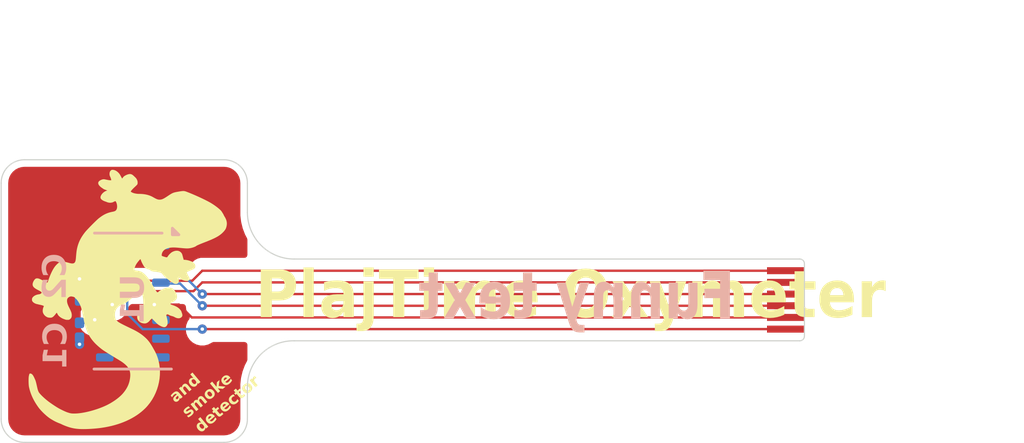
<source format=kicad_pcb>
(kicad_pcb (version 20240108) (generator "pcbnew") (generator_version "8.0")
  (layers (0 "F.Cu" signal) (31 "B.Cu" signal) (34 "B.Paste" user) (35 "F.Paste" user) (36 "B.SilkS" user "B.Silkscreen") (37 "F.SilkS" user "F.Silkscreen") (38 "B.Mask" user) (39 "F.Mask" user) (44 "Edge.Cuts" user))
  (net 0 "")
  (net 1 "GND")
  (net 8 "/+3V3")
  (net 9 "/+1V8")
  (net 10 "/INT")
  (net 11 "/SDA")
  (net 12 "/SCL")
  (footprint "Oxymeter:edge_01x06" (layer "F.Cu") (at 228.2 105.25)
    (property "Reference" "J1" (hide yes))
    (property "Value" "Conn_01x06_Pin" (hide yes))
    (fp_line (start 0.8 -1.8) (end 0.8 1.3) (stroke (width 0.05)) (layer "Edge.Cuts"))
    (fp_arc (start 0.6 -2) (mid 0.741421 -1.941421) (end 0.8 -1.8) (stroke (width 0.05)) (layer "Edge.Cuts"))
    (fp_arc (start 0.8 1.3) (mid 0.741421 1.441421) (end 0.6 1.5) (stroke (width 0.05)) (layer "Edge.Cuts"))
  )
  (footprint "Oxymeter:Maxim_MAX30102" (layer "B.Cu") (at 200.28 105.06 180)
    (property "Reference" "U1")
    (property "Value" "MAX30102")
  )
  (footprint "Capacitor_SMD:C_0201_0603Metric" (layer "B.Cu") (at 198 106.3 -90)
    (property "Reference" "C1")
    (property "Value" "10 uF")
  )
  (footprint "Capacitor_SMD:C_0201_0603Metric" (layer "B.Cu") (at 198 104.7 90)
    (property "Reference" "C2")
    (property "Value" "4,7 uF")
  )
  (gr_poly (pts (xy 199.41 99.43) (xy 199.416478 99.430225) (xy 199.423605 99.430641) (xy 199.440124 99.431984) (xy 199.451082 99.433251) (xy 199.462118 99.435058) (xy 199.473217 99.437394) (xy 199.484364 99.440247) (xy 199.506742 99.447454) (xy 199.529132 99.456582) (xy 199.551413 99.467534) (xy 199.573465 99.480214) (xy 199.595168 99.494523) (xy 199.616403 99.510367) (xy 199.637048 99.527647) (xy 199.656984 99.546266) (xy 199.676091 99.566129) (xy 199.694248 99.587137) (xy 199.711335 99.609195) (xy 199.727233 99.632204) (xy 199.741821 99.656069) (xy 199.754978 99.680692) (xy 199.761052 99.692825) (xy 199.767315 99.704991) (xy 199.780086 99.728896) (xy 199.79265 99.751355) (xy 199.804367 99.771312) (xy 199.809708 99.780023) (xy 199.814596 99.787714) (xy 199.818952 99.794252) (xy 199.822695 99.799507) (xy 199.825746 99.803345) (xy 199.828025 99.805635) (xy 199.828849 99.806159) (xy 199.82945 99.806246) (xy 199.829819 99.805881) (xy 199.829944 99.805046) (xy 199.829982 99.804459) (xy 199.830098 99.803693) (xy 199.83058 99.801656) (xy 199.831417 99.798989) (xy 199.83264 99.795748) (xy 199.833404 99.79393) (xy 199.834276 99.791989) (xy 199.835257 99.789933) (xy 199.836353 99.787767) (xy 199.837566 99.7855) (xy 199.838901 99.783138) (xy 199.84036 99.780687) (xy 199.841947 99.778156) (xy 199.84366 99.775582) (xy 199.845499 99.772984) (xy 199.849588 99.767623) (xy 199.854278 99.761892) (xy 199.859634 99.755606) (xy 199.872609 99.74064) (xy 199.880358 99.731594) (xy 199.889034 99.721261) (xy 199.895375 99.714894) (xy 199.905014 99.707036) (xy 199.917623 99.698002) (xy 199.932869 99.688106) (xy 199.950422 99.677661) (xy 199.969952 99.666982) (xy 199.991128 99.656382) (xy 200.01362 99.646174) (xy 200.037097 99.636673) (xy 200.061228 99.628192) (xy 200.085683 99.621046) (xy 200.110131 99.615547) (xy 200.134241 99.612011) (xy 200.146067 99.611076) (xy 200.157684 99.61075) (xy 200.169051 99.611071) (xy 200.180127 99.612078) (xy 200.190872 99.613811) (xy 200.201242 99.61631) (xy 200.213034 99.620077) (xy 200.224021 99.624132) (xy 200.234331 99.628516) (xy 200.244094 99.63327) (xy 200.253437 99.638437) (xy 200.262489 99.644059) (xy 200.271379 99.650177) (xy 200.280235 99.656833) (xy 200.289185 99.66407) (xy 200.298359 99.671928) (xy 200.307885 99.680451) (xy 200.31789 99.689679) (xy 200.365284 99.734491) (xy 200.384435 99.753009) (xy 200.392827 99.761363) (xy 200.400522 99.769263) (xy 200.40759 99.776821) (xy 200.414102 99.784149) (xy 200.420126 99.79136) (xy 200.425733 99.798565) (xy 200.430992 99.805877) (xy 200.435973 99.813407) (xy 200.440746 99.821269) (xy 200.445381 99.829574) (xy 200.449947 99.838433) (xy 200.454514 99.847961) (xy 200.459151 99.858268) (xy 200.463929 99.869466) (xy 200.469036 99.882009) (xy 200.473381 99.894437) (xy 200.477008 99.906721) (xy 200.479961 99.918835) (xy 200.482285 99.930748) (xy 200.484024 99.942433) (xy 200.485223 99.953862) (xy 200.485927 99.965007) (xy 200.48618 99.975838) (xy 200.486026 99.986329) (xy 200.48551 99.99645) (xy 200.484676 100.006173) (xy 200.483569 100.015471) (xy 200.482234 100.024315) (xy 200.480714 100.032676) (xy 200.479055 100.040526) (xy 200.478438 100.042767) (xy 200.477486 100.04521) (xy 200.474623 100.050669) (xy 200.470561 100.056845) (xy 200.465395 100.063682) (xy 200.459221 100.071122) (xy 200.452134 100.079107) (xy 200.435604 100.096485) (xy 200.416567 100.115356) (xy 200.395788 100.135263) (xy 200.352055 100.176344) (xy 200.335137 100.19231) (xy 200.318823 100.208072) (xy 200.303182 100.223553) (xy 200.288279 100.238673) (xy 200.274183 100.253355) (xy 200.260959 100.267518) (xy 200.248677 100.281084) (xy 200.237402 100.293974) (xy 200.227202 100.30611) (xy 200.218144 100.317413) (xy 200.210295 100.327804) (xy 200.203723 100.337203) (xy 200.198494 100.345533) (xy 200.194676 100.352715) (xy 200.193317 100.35585) (xy 200.192336 100.358669) (xy 200.191741 100.361161) (xy 200.191541 100.363317) (xy 200.191815 100.36412) (xy 200.192622 100.365195) (xy 200.193936 100.366523) (xy 200.19573 100.368085) (xy 200.200656 100.371844) (xy 200.207195 100.376326) (xy 200.21514 100.381387) (xy 200.224283 100.386882) (xy 200.234418 100.392666) (xy 200.245339 100.398595) (xy 200.25855 100.405102) (xy 200.272974 100.411376) (xy 200.288501 100.417392) (xy 200.305022 100.423124) (xy 200.322426 100.428546) (xy 200.340605 100.433632) (xy 200.359447 100.438356) (xy 200.378844 100.442692) (xy 200.398685 100.446615) (xy 200.41886 100.450099) (xy 200.439261 100.453118) (xy 200.459776 100.455646) (xy 200.480296 100.457657) (xy 200.500712 100.459125) (xy 200.520914 100.460025) (xy 200.540791 100.460331) (xy 200.585722 100.460859) (xy 200.629575 100.462445) (xy 200.672368 100.465092) (xy 200.714121 100.468806) (xy 200.75485 100.473589) (xy 200.794574 100.479446) (xy 200.833311 100.486381) (xy 200.871079 100.494396) (xy 200.907896 100.503497) (xy 200.943781 100.513687) (xy 200.978751 100.52497) (xy 201.012824 100.53735) (xy 201.046019 100.55083) (xy 201.078353 100.565415) (xy 201.109845 100.581108) (xy 201.140513 100.597914) (xy 201.168002 100.613676) (xy 201.193369 100.627935) (xy 201.216785 100.640757) (xy 201.238423 100.652209) (xy 201.258453 100.662359) (xy 201.277047 100.671274) (xy 201.294378 100.679021) (xy 201.310618 100.685668) (xy 201.325938 100.691281) (xy 201.340509 100.695927) (xy 201.354505 100.699675) (xy 201.368096 100.70259) (xy 201.381454 100.704741) (xy 201.394752 100.706194) (xy 201.408161 100.707016) (xy 201.421853 100.707276) (xy 201.440031 100.706916) (xy 201.457684 100.705767) (xy 201.475049 100.703718) (xy 201.492367 100.700661) (xy 201.509876 100.696488) (xy 201.527816 100.69109) (xy 201.546424 100.68436) (xy 201.565941 100.676187) (xy 201.586605 100.666464) (xy 201.608655 100.655082) (xy 201.63233 100.641933) (xy 201.65787 100.626908) (xy 201.685512 100.609899) (xy 201.715497 100.590796) (xy 201.78345 100.545879) (xy 201.852846 100.500077) (xy 201.882508 100.481151) (xy 201.909665 100.464548) (xy 201.934956 100.450022) (xy 201.959021 100.437328) (xy 201.9825 100.42622) (xy 202.006031 100.416454) (xy 202.030255 100.407783) (xy 202.055811 100.399962) (xy 202.083338 100.392746) (xy 202.113477 100.385889) (xy 202.146866 100.379146) (xy 202.184144 100.37227) (xy 202.272929 100.357143) (xy 202.331275 100.347984) (xy 202.35632 100.344495) (xy 202.379038 100.341751) (xy 202.399752 100.339766) (xy 202.418781 100.338555) (xy 202.436446 100.338133) (xy 202.453067 100.338512) (xy 202.468964 100.339708) (xy 202.484458 100.341735) (xy 202.49987 100.344607) (xy 202.515519 100.348338) (xy 202.531727 100.352942) (xy 202.548813 100.358434) (xy 202.567098 100.364827) (xy 202.586902 100.372137) (xy 202.710028 100.420416) (xy 202.842321 100.475269) (xy 202.979389 100.534669) (xy 203.11684 100.596591) (xy 203.25028 100.659009) (xy 203.375318 100.719898) (xy 203.487561 100.777231) (xy 203.582617 100.828983) (xy 203.619281 100.850479) (xy 203.656339 100.873156) (xy 203.693523 100.896809) (xy 203.730569 100.921233) (xy 203.76721 100.94622) (xy 203.803183 100.971565) (xy 203.83822 100.997062) (xy 203.872057 101.022505) (xy 203.904428 101.047688) (xy 203.935068 101.072406) (xy 203.963711 101.096452) (xy 203.990093 101.119621) (xy 204.013946 101.141706) (xy 204.035006 101.162501) (xy 204.053008 101.181801) (xy 204.067686 101.1994) (xy 204.073992 101.208162) (xy 204.08187 101.219909) (xy 204.090782 101.233709) (xy 204.100192 101.248627) (xy 204.118357 101.278088) (xy 204.132068 101.300823) (xy 204.140284 101.31388) (xy 204.144164 101.320142) (xy 204.147869 101.326251) (xy 204.15138 101.332225) (xy 204.154678 101.338083) (xy 204.157747 101.343843) (xy 204.160567 101.349523) (xy 204.171903 101.376073) (xy 204.176576 101.386094) (xy 204.182165 101.397139) (xy 204.185331 101.402995) (xy 204.18876 101.409046) (xy 204.192462 101.415271) (xy 204.19645 101.421651) (xy 204.216824 101.454419) (xy 204.234959 101.486639) (xy 204.250873 101.518404) (xy 204.26458 101.549808) (xy 204.276096 101.580943) (xy 204.285437 101.611902) (xy 204.292617 101.642779) (xy 204.297653 101.673666) (xy 204.30056 101.704656) (xy 204.301353 101.735843) (xy 204.300048 101.767319) (xy 204.296661 101.799178) (xy 204.291207 101.831512) (xy 204.283701 101.864414) (xy 204.274159 101.897978) (xy 204.262596 101.932296) (xy 204.258881 101.941643) (xy 204.254369 101.951468) (xy 204.249093 101.961732) (xy 204.243083 101.972397) (xy 204.23637 101.983424) (xy 204.228986 101.994773) (xy 204.22096 102.006407) (xy 204.212325 102.018286) (xy 204.203111 102.030372) (xy 204.193349 102.042625) (xy 204.183071 102.055008) (xy 204.172307 102.067482) (xy 204.161088 102.080007) (xy 204.149445 102.092545) (xy 204.13741 102.105057) (xy 204.125012 102.117505) (xy 204.09571 102.14534) (xy 204.065424 102.172094) (xy 204.033772 102.197967) (xy 204.000369 102.223159) (xy 203.964832 102.24787) (xy 203.926776 102.272301) (xy 203.88582 102.296652) (xy 203.841578 102.321123) (xy 203.793666 102.345915) (xy 203.741703 102.371227) (xy 203.624082 102.424214) (xy 203.485646 102.481687) (xy 203.323325 102.545247) (xy 203.258876 102.570412) (xy 203.199646 102.594099) (xy 203.14639 102.615988) (xy 203.099862 102.635757) (xy 203.060817 102.653088) (xy 203.03001 102.667659) (xy 203.017931 102.673809) (xy 203.008194 102.67915) (xy 203.000893 102.68364) (xy 202.996124 102.687241) (xy 202.986061 102.695056) (xy 202.974159 102.702923) (xy 202.960566 102.71079) (xy 202.945426 102.718605) (xy 202.928885 102.726317) (xy 202.91109 102.733874) (xy 202.892187 102.741224) (xy 202.872321 102.748315) (xy 202.851638 102.755097) (xy 202.830285 102.761517) (xy 202.808408 102.767523) (xy 202.786152 102.773065) (xy 202.763663 102.778089) (xy 202.741088 102.782546) (xy 202.718573 102.786382) (xy 202.696262 102.789546) (xy 202.66232 102.793126) (xy 202.628118 102.795196) (xy 202.59092 102.795654) (xy 202.547986 102.794397) (xy 202.496576 102.791321) (xy 202.433953 102.786322) (xy 202.26411 102.770143) (xy 202.217657 102.765587) (xy 202.173769 102.761848) (xy 202.132285 102.758935) (xy 202.09304 102.756859) (xy 202.055873 102.755631) (xy 202.020621 102.755261) (xy 201.98712 102.755758) (xy 201.955209 102.757135) (xy 201.924724 102.7594) (xy 201.895502 102.762564) (xy 201.867381 102.766638) (xy 201.840198 102.771632) (xy 201.81379 102.777556) (xy 201.787994 102.78442) (xy 201.762648 102.792235) (xy 201.737589 102.801011) (xy 201.713884 102.810309) (xy 201.691399 102.820652) (xy 201.670157 102.832014) (xy 201.65018 102.844365) (xy 201.63149 102.857677) (xy 201.614108 102.871922) (xy 201.598057 102.887072) (xy 201.583359 102.903097) (xy 201.570035 102.91997) (xy 201.558108 102.937661) (xy 201.5476 102.956144) (xy 201.538532 102.975389) (xy 201.530926 102.995367) (xy 201.524804 103.016051) (xy 201.52019 103.037412) (xy 201.517103 103.059421) (xy 201.51517 103.07859) (xy 201.514735 103.086396) (xy 201.514871 103.093211) (xy 201.515203 103.096291) (xy 201.51574 103.099178) (xy 201.516501 103.101889) (xy 201.517506 103.104442) (xy 201.518776 103.106856) (xy 201.520331 103.109148) (xy 201.522192 103.111337) (xy 201.524379 103.11344) (xy 201.526912 103.115477) (xy 201.529811 103.117464) (xy 201.536792 103.121364) (xy 201.545482 103.125285) (xy 201.556046 103.129371) (xy 201.568646 103.133766) (xy 201.583445 103.138617) (xy 201.62029 103.150262) (xy 201.640598 103.156605) (xy 201.658646 103.162064) (xy 201.674615 103.166625) (xy 201.681875 103.168563) (xy 201.688682 103.170271) (xy 201.69506 103.171746) (xy 201.701029 103.172986) (xy 201.706614 103.17399) (xy 201.711835 103.174756) (xy 201.716716 103.175282) (xy 201.721279 103.175565) (xy 201.725547 103.175604) (xy 201.729541 103.175397) (xy 201.733285 103.174942) (xy 201.736801 103.174237) (xy 201.740111 103.17328) (xy 201.743237 103.172069) (xy 201.746203 103.170602) (xy 201.74903 103.168878) (xy 201.751742 103.166894) (xy 201.75436 103.164648) (xy 201.756907 103.162139) (xy 201.759405 103.159364) (xy 201.761877 103.156322) (xy 201.764345 103.153011) (xy 201.766833 103.149428) (xy 201.769361 103.145572) (xy 201.774631 103.137033) (xy 201.78165 103.125652) (xy 201.789732 103.113747) (xy 201.798763 103.101434) (xy 201.808627 103.088829) (xy 201.819209 103.076048) (xy 201.830395 103.063208) (xy 201.842069 103.050424) (xy 201.854116 103.037814) (xy 201.866422 103.025493) (xy 201.878871 103.013578) (xy 201.891348 103.002184) (xy 201.903739 102.991429) (xy 201.915929 102.981428) (xy 201.927801 102.972298) (xy 201.939243 102.964155) (xy 201.950138 102.957116) (xy 201.971562 102.945004) (xy 201.993129 102.934142) (xy 202.014773 102.924538) (xy 202.03643 102.916202) (xy 202.058036 102.909142) (xy 202.079525 102.903367) (xy 202.100833 102.898887) (xy 202.121896 102.89571) (xy 202.142649 102.893846) (xy 202.163027 102.893304) (xy 202.182966 102.894092) (xy 202.202401 102.89622) (xy 202.221268 102.899697) (xy 202.239502 102.904532) (xy 202.257038 102.910733) (xy 202.273811 102.91831) (xy 202.28472 102.924377) (xy 202.295271 102.930967) (xy 202.30544 102.938031) (xy 202.315202 102.945519) (xy 202.324533 102.953381) (xy 202.333408 102.961567) (xy 202.341802 102.970028) (xy 202.349691 102.978714) (xy 202.357051 102.987575) (xy 202.363857 102.99656) (xy 202.370083 103.005621) (xy 202.375707 103.014707) (xy 202.380702 103.023768) (xy 202.385045 103.032755) (xy 202.388711 103.041618) (xy 202.391676 103.050307) (xy 202.401742 103.083451) (xy 202.40633 103.0994) (xy 202.410684 103.115162) (xy 202.414853 103.130913) (xy 202.418883 103.146823) (xy 202.42672 103.179818) (xy 202.428723 103.188026) (xy 202.430818 103.195637) (xy 202.432969 103.202724) (xy 202.435143 103.209358) (xy 202.443356 103.232809) (xy 202.445114 103.238261) (xy 202.446684 103.243694) (xy 202.448031 103.249178) (xy 202.449121 103.254787) (xy 202.449917 103.260592) (xy 202.450386 103.266666) (xy 202.450492 103.27308) (xy 202.450201 103.279907) (xy 202.52252 103.285199) (xy 202.551288 103.288142) (xy 202.579919 103.292248) (xy 202.608227 103.297377) (xy 202.636022 103.303389) (xy 202.663117 103.310146) (xy 202.689324 103.317507) (xy 202.714454 103.325334) (xy 202.738321 103.333486) (xy 202.760735 103.341824) (xy 202.781509 103.350208) (xy 202.800455 103.358499) (xy 202.817386 103.366558) (xy 202.832112 103.374245) (xy 202.844446 103.38142) (xy 202.8542 103.387945) (xy 202.861186 103.393678) (xy 202.883828 103.414895) (xy 202.895102 103.425787) (xy 202.900608 103.431376) (xy 202.90598 103.437087) (xy 202.911186 103.442941) (xy 202.91619 103.448959) (xy 202.920959 103.455161) (xy 202.925458 103.461567) (xy 202.929654 103.468199) (xy 202.933512 103.475076) (xy 202.936997 103.482219) (xy 202.940077 103.489648) (xy 202.942773 103.497364) (xy 202.945131 103.505317) (xy 202.947151 103.513454) (xy 202.948835 103.521721) (xy 202.950185 103.530065) (xy 202.9512 103.538432) (xy 202.951882 103.54677) (xy 202.952232 103.555025) (xy 202.952252 103.563143) (xy 202.951942 103.571073) (xy 202.951303 103.578759) (xy 202.950337 103.586149) (xy 202.949045 103.59319) (xy 202.947427 103.599829) (xy 202.945484 103.606011) (xy 202.943219 103.611685) (xy 202.937817 103.623607) (xy 202.93482 103.629382) (xy 202.931261 103.635165) (xy 202.926864 103.641054) (xy 202.921355 103.647149) (xy 202.914461 103.653548) (xy 202.905906 103.660351) (xy 202.895417 103.667656) (xy 202.882718 103.675562) (xy 202.867536 103.684168) (xy 202.849596 103.693573) (xy 202.828624 103.703877) (xy 202.804345 103.715177) (xy 202.776485 103.727573) (xy 202.744769 103.741164) (xy 202.66262 103.77515) (xy 202.64217 103.784152) (xy 202.623153 103.793207) (xy 202.614399 103.797731) (xy 202.606266 103.802241) (xy 202.598841 103.806728) (xy 202.59221 103.811181) (xy 202.590987 103.812004) (xy 202.589985 103.812893) (xy 202.589202 103.813878) (xy 202.588635 103.814988) (xy 202.588282 103.816249) (xy 202.58814 103.817691) (xy 202.588207 103.819341) (xy 202.588481 103.821229) (xy 202.588958 103.823382) (xy 202.589637 103.825829) (xy 202.590515 103.828597) (xy 202.591589 103.831716) (xy 202.594318 103.839117) (xy 202.597803 103.848257) (xy 202.600577 103.855423) (xy 202.60346 103.862275) (xy 202.609481 103.875742) (xy 202.612581 103.882708) (xy 202.615716 103.890063) (xy 202.618866 103.897982) (xy 202.622014 103.906642) (xy 202.623286 103.910183) (xy 202.624618 103.913629) (xy 202.627453 103.920321) (xy 202.630507 103.92688) (xy 202.633769 103.93347) (xy 202.640863 103.947399) (xy 202.644672 103.955064) (xy 202.648638 103.963415) (xy 202.670372 104.000057) (xy 202.681305 104.019377) (xy 202.691525 104.038589) (xy 202.696189 104.047973) (xy 202.700462 104.057113) (xy 202.704273 104.065936) (xy 202.70755 104.07437) (xy 202.710222 104.082342) (xy 202.712219 104.089779) (xy 202.713469 104.09661) (xy 202.713792 104.099775) (xy 202.713902 104.102762) (xy 202.713812 104.106056) (xy 202.713543 104.109322) (xy 202.713098 104.112557) (xy 202.712479 104.11576) (xy 202.711688 104.118928) (xy 202.710727 104.122059) (xy 202.7096 104.12515) (xy 202.708307 104.1282) (xy 202.706851 104.131206) (xy 202.705235 104.134166) (xy 202.70153 104.139938) (xy 202.697211 104.145498) (xy 202.692294 104.150827) (xy 202.686799 104.155909) (xy 202.680743 104.160725) (xy 202.674144 104.165257) (xy 202.667021 104.169486) (xy 202.659391 104.173395) (xy 202.651273 104.176965) (xy 202.642685 104.180179) (xy 202.633645 104.183018) (xy 202.623853 104.185181) (xy 202.613062 104.186718) (xy 202.60137 104.187646) (xy 202.588872 104.187979) (xy 202.575667 104.187734) (xy 202.561851 104.186925) (xy 202.54752 104.185569) (xy 202.532772 104.18368) (xy 202.517704 104.181274) (xy 202.502412 104.178367) (xy 202.486994 104.174975) (xy 202.471546 104.171112) (xy 202.456165 104.166795) (xy 202.440948 104.162038) (xy 202.425993 104.156857) (xy 202.411395 104.151269) (xy 202.406104 104.149213) (xy 202.401137 104.147338) (xy 202.392131 104.144065) (xy 202.384287 104.141333) (xy 202.377512 104.139023) (xy 202.371717 104.137017) (xy 202.36681 104.135197) (xy 202.364661 104.13432) (xy 202.362699 104.133446) (xy 202.360915 104.132558) (xy 202.359295 104.131644) (xy 202.350972 104.126297) (xy 202.347432 104.123977) (xy 202.344244 104.12182) (xy 202.341357 104.119771) (xy 202.340012 104.118769) (xy 202.338724 104.117774) (xy 202.337487 104.116779) (xy 202.336296 104.115776) (xy 202.335144 104.114759) (xy 202.334026 104.113722) (xy 202.313548 104.09669) (xy 202.297423 104.083513) (xy 202.279797 104.069416) (xy 202.262484 104.056037) (xy 202.254513 104.05013) (xy 202.247302 104.045018) (xy 202.241078 104.040905) (xy 202.236068 104.037997) (xy 202.234088 104.037059) (xy 202.232498 104.036499) (xy 202.231324 104.036343) (xy 202.230596 104.036616) (xy 202.230446 104.036807) (xy 202.230327 104.037048) (xy 202.230178 104.037675) (xy 202.230145 104.038486) (xy 202.230224 104.039468) (xy 202.230412 104.040611) (xy 202.230705 104.041902) (xy 202.231098 104.04333) (xy 202.231588 104.044884) (xy 202.232172 104.046551) (xy 202.232844 104.04832) (xy 202.233602 104.05018) (xy 202.234441 104.052119) (xy 202.236348 104.056186) (xy 202.238534 104.060428) (xy 202.241614 104.067412) (xy 202.244242 104.076283) (xy 202.246421 104.086776) (xy 202.248153 104.098628) (xy 202.24944 104.111575) (xy 202.250285 104.125355) (xy 202.250691 104.139702) (xy 202.250661 104.154355) (xy 202.250196 104.169049) (xy 202.2493 104.183521) (xy 202.247975 104.197508) (xy 202.246223 104.210744) (xy 202.244048 104.222969) (xy 202.241452 104.233916) (xy 202.238437 104.243324) (xy 202.235006 104.250928) (xy 202.230831 104.257997) (xy 202.226254 104.264652) (xy 202.221292 104.270891) (xy 202.215963 104.276715) (xy 202.210283 104.28212) (xy 202.204269 104.287108) (xy 202.197939 104.291676) (xy 202.191308 104.295824) (xy 202.184395 104.299551) (xy 202.177215 104.302856) (xy 202.169787 104.305738) (xy 202.162126 104.308196) (xy 202.154251 104.310228) (xy 202.146177 104.311835) (xy 202.137922 104.313015) (xy 202.129503 104.313766) (xy 202.120937 104.314089) (xy 202.11224 104.313982) (xy 202.10343 104.313444) (xy 202.094523 104.312474) (xy 202.085537 104.311072) (xy 202.076489 104.309236) (xy 202.067395 104.306965) (xy 202.058272 104.304258) (xy 202.040009 104.297533) (xy 202.030903 104.293514) (xy 202.021835 104.289055) (xy 202.012824 104.284155) (xy 202.003886 104.278814) (xy 201.995038 104.27303) (xy 201.986297 104.266803) (xy 201.979941 104.261794) (xy 201.971782 104.255631) (xy 201.962311 104.248714) (xy 201.952019 104.241438) (xy 201.941397 104.234203) (xy 201.930934 104.227407) (xy 201.921121 104.221448) (xy 201.916612 104.218907) (xy 201.91245 104.216724) (xy 201.902557 104.21078) (xy 201.889199 104.201963) (xy 201.854084 104.177198) (xy 201.811093 104.14541) (xy 201.764217 104.10958) (xy 201.717444 104.072689) (xy 201.674765 104.037718) (xy 201.640168 104.007649) (xy 201.627148 103.995385) (xy 201.617645 103.985463) (xy 201.607906 103.973718) (xy 201.597263 103.960379) (xy 201.574716 103.931635) (xy 201.563538 103.917591) (xy 201.552908 103.90467) (xy 201.547912 103.898844) (xy 201.543188 103.893554) (xy 201.538783 103.888885) (xy 201.534742 103.884921) (xy 201.530913 103.880989) (xy 201.527333 103.876991) (xy 201.520303 103.868855) (xy 201.516548 103.864747) (xy 201.512428 103.860632) (xy 201.50779 103.856524) (xy 201.50248 103.852438) (xy 201.496346 103.848389) (xy 201.489234 103.844391) (xy 201.480991 103.840459) (xy 201.471464 103.836608) (xy 201.460498 103.832852) (xy 201.447942 103.829206) (xy 201.433641 103.825685) (xy 201.417443 103.822303) (xy 201.375441 103.814028) (xy 201.341376 103.80753) (xy 201.313264 103.802521) (xy 201.28912 103.798711) (xy 201.266962 103.79581) (xy 201.244803 103.79353) (xy 201.220659 103.79158) (xy 201.192547 103.789671) (xy 201.178108 103.788348) (xy 201.164218 103.786691) (xy 201.150872 103.784699) (xy 201.13806 103.782368) (xy 201.125775 103.779695) (xy 201.11401 103.77668) (xy 201.102756 103.773318) (xy 201.092006 103.769607) (xy 201.081752 103.765545) (xy 201.071986 103.761128) (xy 201.062701 103.756356) (xy 201.053889 103.751224) (xy 201.045542 103.74573) (xy 201.037652 103.739872) (xy 201.030212 103.733647) (xy 201.023214 103.727053) (xy 201.020292 103.724274) (xy 201.017156 103.721565) (xy 201.013821 103.718933) (xy 201.010302 103.716387) (xy 201.006612 103.713934) (xy 201.002766 103.711581) (xy 200.998778 103.709337) (xy 200.994661 103.70721) (xy 200.990431 103.705206) (xy 200.986102 103.703334) (xy 200.981687 103.701601) (xy 200.977202 103.700016) (xy 200.972659 103.698586) (xy 200.968074 103.697319) (xy 200.96346 103.696222) (xy 200.958832 103.695303) (xy 200.954468 103.6945) (xy 200.949677 103.693429) (xy 200.939002 103.690563) (xy 200.927191 103.686869) (xy 200.914625 103.682515) (xy 200.901687 103.677664) (xy 200.888759 103.672483) (xy 200.876224 103.667136) (xy 200.864464 103.66179) (xy 200.856485 103.657718) (xy 200.849044 103.653735) (xy 200.842078 103.649782) (xy 200.835525 103.645804) (xy 200.829324 103.641743) (xy 200.823412 103.637543) (xy 200.817728 103.633146) (xy 200.812209 103.628496) (xy 200.806793 103.623536) (xy 200.801419 103.618209) (xy 200.796024 103.612458) (xy 200.790546 103.606227) (xy 200.784924 103.599458) (xy 200.779095 103.592095) (xy 200.772997 103.584081) (xy 200.766568 103.575359) (xy 200.755911 103.560535) (xy 200.74514 103.544579) (xy 200.734307 103.527596) (xy 200.723463 103.509695) (xy 200.701952 103.471567) (xy 200.68102 103.431051) (xy 200.66108 103.389005) (xy 200.642545 103.346288) (xy 200.62583 103.303756) (xy 200.611347 103.262269) (xy 200.610451 103.26004) (xy 200.609946 103.259119) (xy 200.609395 103.258331) (xy 200.608794 103.257678) (xy 200.608139 103.257164) (xy 200.607425 103.256792) (xy 200.606647 103.256564) (xy 200.605801 103.256483) (xy 200.604882 103.256552) (xy 200.603884 103.256774) (xy 200.602804 103.257153) (xy 200.600378 103.258389) (xy 200.597566 103.260284) (xy 200.59433 103.262861) (xy 200.590633 103.266144) (xy 200.586437 103.270156) (xy 200.581705 103.274919) (xy 200.570482 103.286794) (xy 200.556666 103.301956) (xy 200.53277 103.329191) (xy 200.510355 103.356003) (xy 200.489416 103.382401) (xy 200.469946 103.408396) (xy 200.451938 103.433998) (xy 200.435386 103.459218) (xy 200.420284 103.484065) (xy 200.406625 103.508551) (xy 200.394402 103.532686) (xy 200.38361 103.55648) (xy 200.374241 103.579942) (xy 200.36629 103.603085) (xy 200.359749 103.625917) (xy 200.354612 103.64845) (xy 200.350874 103.670693) (xy 200.348526 103.692657) (xy 200.348088 103.698433) (xy 200.347786 103.703554) (xy 200.347655 103.708071) (xy 200.347727 103.712033) (xy 200.347851 103.71382) (xy 200.348038 103.715488) (xy 200.348293 103.717041) (xy 200.34862 103.718485) (xy 200.349023 103.719828) (xy 200.349506 103.721075) (xy 200.350075 103.722232) (xy 200.350732 103.723305) (xy 200.351482 103.724301) (xy 200.352329 103.725225) (xy 200.353277 103.726084) (xy 200.354332 103.726885) (xy 200.355496 103.727632) (xy 200.356774 103.728332) (xy 200.35817 103.728991) (xy 200.359689 103.729616) (xy 200.361334 103.730213) (xy 200.36311 103.730787) (xy 200.367072 103.731894) (xy 200.371607 103.732985) (xy 200.376749 103.734109) (xy 200.384445 103.735838) (xy 200.394663 103.737692) (xy 200.406949 103.739628) (xy 200.420846 103.741605) (xy 200.451659 103.745519) (xy 200.483465 103.749101) (xy 200.509144 103.752429) (xy 200.533995 103.756831) (xy 200.558121 103.762366) (xy 200.581622 103.769097) (xy 200.604602 103.777083) (xy 200.627161 103.786386) (xy 200.649403 103.797066) (xy 200.671429 103.809184) (xy 200.693341 103.822801) (xy 200.715242 103.837977) (xy 200.737233 103.854772) (xy 200.759417 103.873249) (xy 200.781895 103.893467) (xy 200.80477 103.915488) (xy 200.828143 103.939371) (xy 200.852117 103.965178) (xy 200.871858 103.98799) (xy 200.897433 104.019569) (xy 200.926507 104.056778) (xy 200.956744 104.096477) (xy 200.98581 104.135529) (xy 201.011367 104.170795) (xy 201.031082 104.199136) (xy 201.038018 104.209729) (xy 201.042617 104.217414) (xy 201.13656 104.384665) (xy 201.174885 104.451009) (xy 201.213444 104.516109) (xy 201.249386 104.574436) (xy 201.27986 104.620463) (xy 201.284485 104.627) (xy 201.289083 104.633358) (xy 201.293623 104.639505) (xy 201.298078 104.645406) (xy 201.302419 104.651028) (xy 201.306618 104.656337) (xy 201.310647 104.6613) (xy 201.314476 104.665883) (xy 201.318079 104.670053) (xy 201.321425 104.673776) (xy 201.324487 104.677018) (xy 201.327237 104.679746) (xy 201.329646 104.681926) (xy 201.331685 104.683525) (xy 201.332557 104.684096) (xy 201.333326 104.684509) (xy 201.333989 104.68476) (xy 201.334541 104.684845) (xy 201.33506 104.684817) (xy 201.335624 104.684733) (xy 201.336878 104.684404) (xy 201.338291 104.683868) (xy 201.339846 104.683136) (xy 201.341531 104.682218) (xy 201.343331 104.681124) (xy 201.345231 104.679865) (xy 201.347219 104.678451) (xy 201.349278 104.676892) (xy 201.351396 104.675198) (xy 201.353557 104.673381) (xy 201.355748 104.67145) (xy 201.357955 104.669416) (xy 201.360163 104.667289) (xy 201.362358 104.665079) (xy 201.364526 104.662796) (xy 201.376379 104.651203) (xy 201.390594 104.63901) (xy 201.40691 104.626359) (xy 201.425064 104.613394) (xy 201.444794 104.600258) (xy 201.465838 104.587096) (xy 201.487934 104.574049) (xy 201.510819 104.561262) (xy 201.534231 104.548879) (xy 201.557908 104.537042) (xy 201.581588 104.525894) (xy 201.605008 104.51558) (xy 201.627906 104.506243) (xy 201.65002 104.498026) (xy 201.671087 104.491072) (xy 201.690846 104.485525) (xy 201.707162 104.481886) (xy 201.724262 104.478902) (xy 201.742 104.476566) (xy 201.76023 104.474873) (xy 201.778807 104.473815) (xy 201.797584 104.473386) (xy 201.816415 104.47358) (xy 201.835154 104.474391) (xy 201.853656 104.475811) (xy 201.871774 104.477834) (xy 201.889362 104.480454) (xy 201.906275 104.483665) (xy 201.922366 104.487459) (xy 201.937489 104.491831) (xy 201.951499 104.496775) (xy 201.964249 104.502282) (xy 201.971159 104.505787) (xy 201.977995 104.50967) (xy 201.984752 104.513909) (xy 201.991425 104.518481) (xy 202.004498 104.528529) (xy 202.017171 104.53963) (xy 202.029404 104.551598) (xy 202.041154 104.564248) (xy 202.05238 104.577395) (xy 202.063041 104.590853) (xy 202.073096 104.604437) (xy 202.082502 104.617961) (xy 202.091218 104.631242) (xy 202.099203 104.644092) (xy 202.106415 104.656327) (xy 202.112813 104.667762) (xy 202.122999 104.687491) (xy 202.128316 104.698299) (xy 202.131585 104.705067) (xy 202.135138 104.712693) (xy 202.138883 104.721136) (xy 202.142726 104.73036) (xy 202.146575 104.740324) (xy 202.150339 104.750991) (xy 202.15617 104.769806) (xy 202.161086 104.788436) (xy 202.165017 104.806874) (xy 202.167891 104.825114) (xy 202.169636 104.843149) (xy 202.170182 104.860972) (xy 202.169456 104.878578) (xy 202.168593 104.887297) (xy 202.167386 104.895959) (xy 202.165825 104.904564) (xy 202.163902 104.91311) (xy 202.161607 104.921596) (xy 202.158932 104.930023) (xy 202.155867 104.938389) (xy 202.152404 104.946693) (xy 202.148534 104.954934) (xy 202.144247 104.963112) (xy 202.139535 104.971226) (xy 202.134389 104.979274) (xy 202.1288 104.987258) (xy 202.122758 104.995174) (xy 202.116256 105.003023) (xy 202.109284 105.010804) (xy 202.101833 105.018516) (xy 202.093895 105.026158) (xy 202.085864 105.033103) (xy 202.077076 105.040019) (xy 202.06767 105.04686) (xy 202.057783 105.05358) (xy 202.047553 105.060134) (xy 202.037119 105.066475) (xy 202.026619 105.072558) (xy 202.01619 105.078338) (xy 201.9961 105.088806) (xy 201.977952 105.097512) (xy 201.962851 105.104091) (xy 201.956788 105.106469) (xy 201.951902 105.108178) (xy 201.948532 105.109346) (xy 201.94529 105.110648) (xy 201.942172 105.112077) (xy 201.939177 105.113624) (xy 201.9363 105.115282) (xy 201.933541 105.117044) (xy 201.930897 105.1189) (xy 201.928364 105.120844) (xy 201.92594 105.122868) (xy 201.923624 105.124963) (xy 201.921412 105.127123) (xy 201.919301 105.129339) (xy 201.915376 105.133908) (xy 201.911827 105.138608) (xy 201.908635 105.143377) (xy 201.90578 105.148153) (xy 201.90324 105.152872) (xy 201.900997 105.157473) (xy 201.899029 105.161893) (xy 201.897316 105.166069) (xy 201.894576 105.173442) (xy 201.893785 105.176038) (xy 201.893559 105.178553) (xy 201.893876 105.180992) (xy 201.894716 105.183361) (xy 201.896059 105.185666) (xy 201.897883 105.187912) (xy 201.902894 105.192249) (xy 201.909586 105.196417) (xy 201.917795 105.200462) (xy 201.927356 105.204429) (xy 201.938105 105.208361) (xy 201.96251 105.216305) (xy 201.989695 105.224653) (xy 202.018347 105.233764) (xy 202.032812 105.238718) (xy 202.047152 105.243997) (xy 202.064537 105.251129) (xy 202.08131 105.258307) (xy 202.097478 105.265533) (xy 202.11305 105.272812) (xy 202.128032 105.280148) (xy 202.142433 105.287545) (xy 202.15626 105.295007) (xy 202.169522 105.302537) (xy 202.182225 105.310139) (xy 202.194378 105.317818) (xy 202.205988 105.325576) (xy 202.217064 105.333419) (xy 202.227612 105.341349) (xy 202.237642 105.349371) (xy 202.247159 105.357489) (xy 202.256173 105.365706) (xy 202.270577 105.380018) (xy 202.284535 105.394401) (xy 202.297825 105.408693) (xy 202.310221 105.42273) (xy 202.316014 105.429602) (xy 202.3215 105.436349) (xy 202.326651 105.44295) (xy 202.331438 105.449385) (xy 202.335835 105.455633) (xy 202.339812 105.461675) (xy 202.343342 105.467489) (xy 202.346397 105.473056) (xy 202.348578 105.47741) (xy 202.350592 105.481686) (xy 202.352454 105.485893) (xy 202.354182 105.490038) (xy 202.3573 105.498177) (xy 202.360073 105.506166) (xy 202.36511 105.521946) (xy 202.367633 105.529865) (xy 202.370334 105.537888) (xy 202.379605 105.563245) (xy 202.383908 105.575817) (xy 202.387863 105.588297) (xy 202.391374 105.600671) (xy 202.394346 105.612924) (xy 202.396684 105.625042) (xy 202.398293 105.637009) (xy 202.399077 105.648811) (xy 202.399129 105.654645) (xy 202.39894 105.660432) (xy 202.398498 105.66617) (xy 202.397789 105.671858) (xy 202.396803 105.677493) (xy 202.395527 105.683074) (xy 202.39395 105.688598) (xy 202.39206 105.694064) (xy 202.389844 105.699471) (xy 202.387291 105.704816) (xy 202.384389 105.710097) (xy 202.381127 105.715312) (xy 202.377491 105.72046) (xy 202.37347 105.725539) (xy 202.361902 105.737909) (xy 202.349386 105.748888) (xy 202.335965 105.758469) (xy 202.321684 105.766646) (xy 202.306586 105.773412) (xy 202.290716 105.778761) (xy 202.274117 105.782686) (xy 202.256833 105.78518) (xy 202.238909 105.786239) (xy 202.220388 105.785854) (xy 202.201314 105.78402) (xy 202.18173 105.780729) (xy 202.161682 105.775977) (xy 202.141213 105.769755) (xy 202.120366 105.762058) (xy 202.099186 105.752879) (xy 202.085837 105.746256) (xy 202.072767 105.739489) (xy 202.046975 105.726069) (xy 202.034008 105.719687) (xy 202.02083 105.713706) (xy 202.014124 105.710908) (xy 202.007319 105.708262) (xy 202.000401 105.705784) (xy 201.993353 105.703491) (xy 201.910391 105.679553) (xy 201.90042 105.676361) (xy 201.89063 105.673017) (xy 201.881049 105.669487) (xy 201.871705 105.66574) (xy 201.862625 105.661744) (xy 201.853837 105.657464) (xy 201.845369 105.65287) (xy 201.837249 105.647928) (xy 201.833476 105.645685) (xy 201.829772 105.643582) (xy 201.826145 105.641615) (xy 201.822606 105.639777) (xy 201.819164 105.638064) (xy 201.815829 105.63647) (xy 201.809519 105.633616) (xy 201.803754 105.631174) (xy 201.798612 105.629099) (xy 201.790506 105.62588) (xy 201.784809 105.623619) (xy 201.779556 105.621738) (xy 201.774696 105.620233) (xy 201.772398 105.619618) (xy 201.77018 105.619096) (xy 201.768036 105.618663) (xy 201.765959 105.618321) (xy 201.763943 105.618068) (xy 201.761982 105.617903) (xy 201.760069 105.617826) (xy 201.758199 105.617836) (xy 201.756365 105.617932) (xy 201.754562 105.618114) (xy 201.752782 105.61838) (xy 201.75102 105.618731) (xy 201.749269 105.619164) (xy 201.747524 105.61968) (xy 201.745778 105.620278) (xy 201.744024 105.620956) (xy 201.740471 105.622553) (xy 201.736814 105.624466) (xy 201.733004 105.626687) (xy 201.728992 105.629211) (xy 201.724727 105.632032) (xy 201.722628 105.63354) (xy 201.720732 105.635099) (xy 201.719034 105.63671) (xy 201.717527 105.638377) (xy 201.716203 105.640103) (xy 201.715055 105.641891) (xy 201.714078 105.643743) (xy 201.713263 105.645662) (xy 201.712605 105.647652) (xy 201.712096 105.649715) (xy 201.711729 105.651854) (xy 201.711497 105.654071) (xy 201.711414 105.658754) (xy 201.711791 105.663786) (xy 201.712572 105.669191) (xy 201.713704 105.674991) (xy 201.716799 105.687868) (xy 201.720637 105.702601) (xy 201.72478 105.719372) (xy 201.736891 105.767443) (xy 201.744624 105.798845) (xy 201.75242 105.833463) (xy 201.759492 105.870025) (xy 201.762509 105.888638) (xy 201.765049 105.907259) (xy 201.767012 105.925731) (xy 201.7683 105.943894) (xy 201.768815 105.961589) (xy 201.768457 105.978657) (xy 201.76706 105.999609) (xy 201.766269 106.008812) (xy 201.765384 106.017283) (xy 201.76438 106.025109) (xy 201.763233 106.032375) (xy 201.761917 106.039168) (xy 201.76041 106.045575) (xy 201.758685 106.051682) (xy 201.756718 106.057576) (xy 201.754486 106.063343) (xy 201.751962 106.06907) (xy 201.749124 106.074844) (xy 201.745945 106.080751) (xy 201.742403 106.086878) (xy 201.738471 106.09331) (xy 201.728465 106.108416) (xy 201.723269 106.115273) (xy 201.717937 106.121673) (xy 201.712466 106.127619) (xy 201.706852 106.133116) (xy 201.701089 106.138166) (xy 201.695174 106.142776) (xy 201.689103 106.146948) (xy 201.68287 106.150686) (xy 201.676472 106.153996) (xy 201.669904 106.15688) (xy 201.663161 106.159344) (xy 201.65624 106.161391) (xy 201.649136 106.163024) (xy 201.641845 106.16425) (xy 201.634362 106.16507) (xy 201.626683 106.165491) (xy 201.618804 106.165515) (xy 201.61072 106.165146) (xy 201.59392 106.163249) (xy 201.576248 106.159832) (xy 201.557669 106.154928) (xy 201.538149 106.14857) (xy 201.517653 106.140791) (xy 201.496145 106.131623) (xy 201.488028 106.127925) (xy 201.479762 106.123964) (xy 201.46303 106.115459) (xy 201.446444 106.10651) (xy 201.430497 106.097519) (xy 201.415682 106.088888) (xy 201.402492 106.081022) (xy 201.382964 106.069188) (xy 201.3728 106.062633) (xy 201.362011 106.054879) (xy 201.350602 106.045974) (xy 201.338581 106.035968) (xy 201.312724 106.012846) (xy 201.284494 105.985902) (xy 201.253941 105.955524) (xy 201.221118 105.922102) (xy 201.148869 105.847683) (xy 201.097298 105.796976) (xy 201.067311 105.820789) (xy 201.063906 105.823275) (xy 201.060323 105.826079) (xy 201.056593 105.829171) (xy 201.052745 105.832516) (xy 201.04881 105.836084) (xy 201.044817 105.839842) (xy 201.036774 105.847799) (xy 201.028856 105.856127) (xy 201.021299 105.864569) (xy 201.014342 105.872867) (xy 201.011162 105.876881) (xy 201.008222 105.880762) (xy 200.99873 105.892632) (xy 200.988805 105.904081) (xy 200.978487 105.915081) (xy 200.967817 105.925603) (xy 200.956838 105.935618) (xy 200.94559 105.945098) (xy 200.934114 105.954015) (xy 200.922452 105.962341) (xy 200.910646 105.970046) (xy 200.898736 105.977103) (xy 200.886765 105.983483) (xy 200.874772 105.989158) (xy 200.862801 105.994098) (xy 200.850891 105.998277) (xy 200.839084 106.001665) (xy 200.827423 106.004233) (xy 200.816336 106.005809) (xy 200.805055 106.006865) (xy 200.793614 106.007427) (xy 200.782048 106.007523) (xy 200.770391 106.007178) (xy 200.758678 106.00642) (xy 200.746942 106.005275) (xy 200.735219 106.00377) (xy 200.723543 106.001931) (xy 200.711949 105.999785) (xy 200.70047 105.997358) (xy 200.689142 105.994676) (xy 200.677999 105.991768) (xy 200.667075 105.988659) (xy 200.646023 105.981943) (xy 200.635522 105.977112) (xy 200.625315 105.972155) (xy 200.615396 105.967049) (xy 200.605758 105.961769) (xy 200.596395 105.956292) (xy 200.587303 105.950596) (xy 200.578474 105.944655) (xy 200.569904 105.938448) (xy 200.561586 105.93195) (xy 200.553513 105.925138) (xy 200.545682 105.917988) (xy 200.538085 105.910477) (xy 200.530716 105.902581) (xy 200.52357 105.894277) (xy 200.516641 105.885542) (xy 200.509923 105.876352) (xy 200.498667 105.859019) (xy 200.489042 105.840791) (xy 200.481045 105.821727) (xy 200.474672 105.801882) (xy 200.469923 105.781314) (xy 200.466793 105.76008) (xy 200.465281 105.738235) (xy 200.465384 105.715838) (xy 200.4671 105.692944) (xy 200.470425 105.669611) (xy 200.475357 105.645896) (xy 200.481893 105.621855) (xy 200.490032 105.597546) (xy 200.49977 105.573025) (xy 200.511105 105.548348) (xy 200.524034 105.523574) (xy 200.530974 105.511787) (xy 200.538832 105.499642) (xy 200.547515 105.487237) (xy 200.556928 105.474667) (xy 200.566976 105.46203) (xy 200.577566 105.449423) (xy 200.588602 105.436943) (xy 200.599991 105.424686) (xy 200.611639 105.412749) (xy 200.623451 105.40123) (xy 200.635332 105.390225) (xy 200.647189 105.379831) (xy 200.658927 105.370144) (xy 200.670452 105.361263) (xy 200.681669 105.353284) (xy 200.692485 105.346303) (xy 200.728645 105.324254) (xy 200.729527 105.173442) (xy 200.729269 105.13585) (xy 200.728498 105.099176) (xy 200.727219 105.063468) (xy 200.725434 105.028775) (xy 200.723148 104.995147) (xy 200.720364 104.962633) (xy 200.717087 104.931281) (xy 200.713321 104.901142) (xy 200.709069 104.872263) (xy 200.704334 104.844694) (xy 200.699122 104.818484) (xy 200.693436 104.793682) (xy 200.687279 104.770338) (xy 200.680656 104.7485) (xy 200.673571 104.728217) (xy 200.666026 104.709539) (xy 200.662089 104.700402) (xy 200.65842 104.692503) (xy 200.654833 104.685839) (xy 200.651144 104.680407) (xy 200.649202 104.678153) (xy 200.647165 104.676206) (xy 200.645008 104.674565) (xy 200.64271 104.673231) (xy 200.640246 104.672203) (xy 200.637594 104.671482) (xy 200.63473 104.671065) (xy 200.631631 104.670954) (xy 200.628273 104.671148) (xy 200.624634 104.671646) (xy 200.616417 104.673555) (xy 200.606795 104.676678) (xy 200.595581 104.681014) (xy 200.58259 104.686558) (xy 200.567635 104.693309) (xy 200.531089 104.710421) (xy 200.499422 104.726444) (xy 200.483914 104.734981) (xy 200.468416 104.744018) (xy 200.452774 104.753663) (xy 200.436831 104.76403) (xy 200.403428 104.787371) (xy 200.366965 104.814928) (xy 200.326203 104.847591) (xy 200.279901 104.886248) (xy 200.226819 104.931789) (xy 200.189506 104.963989) (xy 200.154205 104.993842) (xy 200.120777 105.021443) (xy 200.089084 105.046883) (xy 200.058987 105.070256) (xy 200.03035 105.091655) (xy 200.003033 105.111174) (xy 199.976897 105.128904) (xy 199.951806 105.144939) (xy 199.92762 105.159372) (xy 199.904202 105.172296) (xy 199.881413 105.183805) (xy 199.859115 105.19399) (xy 199.837169 105.202946) (xy 199.815438 105.210764) (xy 199.793784 105.217539) (xy 199.769495 105.225403) (xy 199.745943 105.235059) (xy 199.723185 105.246438) (xy 199.701276 105.259473) (xy 199.680271 105.274093) (xy 199.660226 105.290232) (xy 199.641196 105.307821) (xy 199.623238 105.32679) (xy 199.606405 105.347072) (xy 199.590755 105.368598) (xy 199.576343 105.3913) (xy 199.563224 105.415109) (xy 199.551454 105.439956) (xy 199.541088 105.465774) (xy 199.532181 105.492494) (xy 199.524791 105.520046) (xy 199.521751 105.534961) (xy 199.519244 105.551142) (xy 199.517264 105.568408) (xy 199.515806 105.586578) (xy 199.514865 105.605472) (xy 199.514435 105.624908) (xy 199.514511 105.644706) (xy 199.515089 105.664685) (xy 199.516163 105.684664) (xy 199.517728 105.704462) (xy 199.519779 105.723898) (xy 199.52231 105.742792) (xy 199.525317 105.760963) (xy 199.528794 105.778229) (xy 199.532736 105.794409) (xy 199.537138 105.809324) (xy 199.54275 105.826293) (xy 199.545475 105.833572) (xy 199.5483 105.840233) (xy 199.551343 105.846414) (xy 199.554718 105.852251) (xy 199.558544 105.857885) (xy 199.562935 105.863453) (xy 199.568008 105.869093) (xy 199.57388 105.874944) (xy 199.580666 105.881144) (xy 199.588484 105.887831) (xy 199.597448 105.895143) (xy 199.607676 105.903218) (xy 199.632388 105.922213) (xy 199.663842 105.945023) (xy 199.702117 105.96959) (xy 199.750396 105.997588) (xy 199.811864 106.030692) (xy 199.889702 106.070576) (xy 199.987095 106.118914) (xy 200.253277 106.24765) (xy 200.303411 106.272235) (xy 200.351074 106.296452) (xy 200.396442 106.320403) (xy 200.439691 106.344194) (xy 200.480997 106.367928) (xy 200.520535 106.391711) (xy 200.558482 106.415645) (xy 200.595013 106.439836) (xy 200.630304 106.464388) (xy 200.664532 106.489405) (xy 200.697872 106.514991) (xy 200.730499 106.54125) (xy 200.762591 106.568287) (xy 200.794322 106.596207) (xy 200.82587 106.625112) (xy 200.857409 106.655108) (xy 200.869839 106.667333) (xy 200.882453 106.680316) (xy 200.895166 106.693927) (xy 200.907892 106.708032) (xy 200.933035 106.737197) (xy 200.957197 106.766751) (xy 200.979689 106.795633) (xy 200.999824 106.822785) (xy 201.016913 106.847146) (xy 201.03027 106.867657) (xy 201.043093 106.887097) (xy 201.056828 106.90855) (xy 201.085383 106.954645) (xy 201.112618 107.00024) (xy 201.135221 107.039636) (xy 201.154817 107.075479) (xy 201.174908 107.111404) (xy 201.193016 107.143196) (xy 201.206659 107.166636) (xy 201.213019 107.177581) (xy 201.22066 107.191524) (xy 201.229293 107.207905) (xy 201.238629 107.226168) (xy 201.258253 107.266103) (xy 201.267961 107.28666) (xy 201.277215 107.306866) (xy 201.30724 107.377486) (xy 201.334161 107.449375) (xy 201.358 107.52242) (xy 201.378781 107.59651) (xy 201.411255 107.747379) (xy 201.431761 107.901089) (xy 201.44048 108.056747) (xy 201.437592 108.213461) (xy 201.423275 108.370338) (xy 201.39771 108.526484) (xy 201.361075 108.681008) (xy 201.313551 108.833016) (xy 201.255317 108.981617) (xy 201.186553 109.125917) (xy 201.107438 109.265023) (xy 201.018152 109.398043) (xy 200.918874 109.524084) (xy 200.865544 109.584209) (xy 200.809784 109.642254) (xy 200.72673 109.720843) (xy 200.638718 109.796168) (xy 200.545874 109.868168) (xy 200.448325 109.936782) (xy 200.346197 110.001948) (xy 200.239617 110.063608) (xy 200.128712 110.121699) (xy 200.013609 110.176161) (xy 199.894433 110.226933) (xy 199.771312 110.273955) (xy 199.644371 110.317166) (xy 199.513739 110.356504) (xy 199.379541 110.391911) (xy 199.241904 110.423324) (xy 199.100954 110.450683) (xy 198.956818 110.473927) (xy 198.850546 110.487999) (xy 198.737834 110.500344) (xy 198.621258 110.510809) (xy 198.503389 110.519237) (xy 198.386802 110.525474) (xy 198.27407 110.529366) (xy 198.167766 110.530755) (xy 198.070464 110.529489) (xy 198.0055 110.526831) (xy 197.943823 110.522778) (xy 197.884832 110.517258) (xy 197.82793 110.510197) (xy 197.772515 110.501524) (xy 197.71799 110.491167) (xy 197.663754 110.479052) (xy 197.609207 110.465108) (xy 197.583233 110.45787) (xy 197.556433 110.449814) (xy 197.5015 110.43184) (xy 197.446695 110.412362) (xy 197.394307 110.392562) (xy 197.346622 110.373616) (xy 197.305929 110.356704) (xy 197.274514 110.343005) (xy 197.254666 110.333698) (xy 197.245484 110.328817) (xy 197.235912 110.323974) (xy 197.215902 110.314466) (xy 197.195242 110.3053) (xy 197.174537 110.296604) (xy 197.154394 110.288505) (xy 197.135418 110.281129) (xy 197.10339 110.269057) (xy 197.093587 110.264993) (xy 197.078356 110.258384) (xy 197.028888 110.236684) (xy 197.012193 110.22907) (xy 196.993619 110.220311) (xy 196.973796 110.210696) (xy 196.953358 110.200517) (xy 196.932935 110.190063) (xy 196.913159 110.179625) (xy 196.894662 110.169492) (xy 196.878076 110.159955) (xy 196.807004 110.117832) (xy 196.779572 110.101213) (xy 196.749312 110.082344) (xy 196.719531 110.062316) (xy 196.688251 110.039781) (xy 196.655752 110.015001) (xy 196.622312 109.988237) (xy 196.588211 109.959753) (xy 196.553727 109.92981) (xy 196.51914 109.898671) (xy 196.484728 109.866598) (xy 196.450772 109.833853) (xy 196.417549 109.800698) (xy 196.385339 109.767396) (xy 196.354421 109.73421) (xy 196.325074 109.7014) (xy 196.297577 109.66923) (xy 196.272209 109.637962) (xy 196.249249 109.607857) (xy 196.209839 109.552818) (xy 196.172301 109.49782) (xy 196.136626 109.442839) (xy 196.102805 109.387854) (xy 196.070829 109.332843) (xy 196.040688 109.277785) (xy 196.012375 109.222657) (xy 195.985879 109.167437) (xy 195.961191 109.112104) (xy 195.938304 109.056634) (xy 195.917206 109.001007) (xy 195.897891 108.945201) (xy 195.880348 108.889193) (xy 195.864568 108.832961) (xy 195.850543 108.776485) (xy 195.838263 108.71974) (xy 195.834813 108.699213) (xy 195.831742 108.675038) (xy 195.82677 108.617945) (xy 195.823411 108.552851) (xy 195.821727 108.484151) (xy 195.821778 108.416236) (xy 195.823628 108.353499) (xy 195.827339 108.300333) (xy 195.829911 108.278711) (xy 195.832972 108.26113) (xy 195.837055 108.242887) (xy 195.840754 108.226766) (xy 195.844138 108.212638) (xy 195.847276 108.200372) (xy 195.848774 108.194896) (xy 195.850238 108.189837) (xy 195.851675 108.185177) (xy 195.853094 108.180902) (xy 195.854505 108.176994) (xy 195.855915 108.173437) (xy 195.857333 108.170216) (xy 195.858768 108.167313) (xy 195.86023 108.164712) (xy 195.861726 108.162397) (xy 195.863265 108.160352) (xy 195.864856 108.15856) (xy 195.866508 108.157006) (xy 195.868229 108.155672) (xy 195.870029 108.154542) (xy 195.871915 108.153601) (xy 195.873897 108.152832) (xy 195.875983 108.152218) (xy 195.878182 108.151743) (xy 195.880504 108.151391) (xy 195.882955 108.151146) (xy 195.885546 108.150991) (xy 195.89118 108.150886) (xy 195.904304 108.151585) (xy 195.916921 108.15369) (xy 195.929081 108.157213) (xy 195.940833 108.162168) (xy 195.952229 108.168567) (xy 195.963318 108.176424) (xy 195.974151 108.18575) (xy 195.984777 108.19656) (xy 195.995247 108.208865) (xy 196.00561 108.222678) (xy 196.015918 108.238013) (xy 196.026219 108.254883) (xy 196.036565 108.273299) (xy 196.047006 108.293275) (xy 196.05759 108.314823) (xy 196.06837 108.337958) (xy 196.093754 108.394102) (xy 196.102915 108.414665) (xy 196.111666 108.434872) (xy 196.116141 108.44598) (xy 196.121832 108.462524) (xy 196.128845 108.485442) (xy 196.137288 108.515675) (xy 196.147269 108.554164) (xy 196.158895 108.601847) (xy 196.172274 108.659665) (xy 196.187513 108.728559) (xy 196.200249 108.785353) (xy 196.207059 108.812948) (xy 196.214546 108.840139) (xy 196.218634 108.853613) (xy 196.222998 108.867023) (xy 196.227675 108.880381) (xy 196.232701 108.893698) (xy 196.238112 108.906988) (xy 196.243943 108.920262) (xy 196.25023 108.933532) (xy 196.25701 108.946812) (xy 196.264198 108.958965) (xy 196.274064 108.973289) (xy 196.2865 108.989634) (xy 196.301395 109.00785) (xy 196.338125 109.049291) (xy 196.383375 109.096414) (xy 196.436266 109.148017) (xy 196.495922 109.202899) (xy 196.561464 109.25986) (xy 196.632013 109.317699) (xy 196.679214 109.354068) (xy 196.73611 109.395668) (xy 196.799662 109.44045) (xy 196.866831 109.48637) (xy 196.934579 109.53138) (xy 196.999867 109.573434) (xy 197.059656 109.610486) (xy 197.110909 109.64049) (xy 197.152543 109.663134) (xy 197.199241 109.687371) (xy 197.248792 109.712144) (xy 197.298984 109.736401) (xy 197.347604 109.759087) (xy 197.392442 109.779148) (xy 197.431285 109.79553) (xy 197.461923 109.807178) (xy 197.512045 109.82411) (xy 197.55483 109.837467) (xy 197.574201 109.842927) (xy 197.592612 109.84764) (xy 197.610358 109.851656) (xy 197.627728 109.855023) (xy 197.645016 109.857791) (xy 197.662513 109.860008) (xy 197.680512 109.861724) (xy 197.699304 109.862988) (xy 197.719181 109.863849) (xy 197.740435 109.864356) (xy 197.788242 109.864504) (xy 197.857849 109.862531) (xy 197.931729 109.857357) (xy 198.009378 109.849111) (xy 198.090294 109.837921) (xy 198.173976 109.823915) (xy 198.259919 109.80722) (xy 198.347622 109.787965) (xy 198.436582 109.766277) (xy 198.526296 109.742285) (xy 198.616262 109.716115) (xy 198.705978 109.687897) (xy 198.79494 109.657757) (xy 198.882647 109.625824) (xy 198.968596 109.592226) (xy 199.052283 109.557091) (xy 199.133207 109.520546) (xy 199.186268 109.494781) (xy 199.239161 109.467517) (xy 199.291698 109.438886) (xy 199.343689 109.409021) (xy 199.394946 109.378055) (xy 199.445281 109.346122) (xy 199.494505 109.313354) (xy 199.54243 109.279884) (xy 199.588866 109.245847) (xy 199.633625 109.211374) (xy 199.676518 109.176598) (xy 199.717358 109.141654) (xy 199.755955 109.106673) (xy 199.79212 109.071789) (xy 199.825665 109.037135) (xy 199.856402 109.002844) (xy 199.890235 108.962058) (xy 199.921972 108.921337) (xy 199.951648 108.8806) (xy 199.979295 108.839767) (xy 200.004948 108.798759) (xy 200.028639 108.757495) (xy 200.050403 108.715895) (xy 200.070273 108.673879) (xy 200.088283 108.631367) (xy 200.104466 108.588279) (xy 200.118856 108.544534) (xy 200.131486 108.500054) (xy 200.14239 108.454756) (xy 200.151602 108.408562) (xy 200.159155 108.361392) (xy 200.165082 108.313164) (xy 200.168262 108.278619) (xy 200.170183 108.245372) (xy 200.170824 108.213333) (xy 200.170167 108.182416) (xy 200.168193 108.152532) (xy 200.164881 108.123594) (xy 200.160213 108.095514) (xy 200.154168 108.068204) (xy 200.146729 108.041576) (xy 200.137875 108.015542) (xy 200.127587 107.990015) (xy 200.115845 107.964906) (xy 200.102631 107.940128) (xy 200.087924 107.915593) (xy 200.071706 107.891213) (xy 200.053957 107.8669) (xy 200.039197 107.848711) (xy 200.023039 107.830388) (xy 200.005639 107.81201) (xy 199.987152 107.793656) (xy 199.967735 107.775405) (xy 199.947544 107.757337) (xy 199.926734 107.73953) (xy 199.905462 107.722063) (xy 199.883883 107.705016) (xy 199.862153 107.688467) (xy 199.818865 107.657183) (xy 199.776844 107.628843) (xy 199.737339 107.604081) (xy 199.356963 107.373041) (xy 199.193181 107.270884) (xy 199.106242 107.215197) (xy 199.011499 107.153407) (xy 198.971308 107.124696) (xy 198.927127 107.090868) (xy 198.880517 107.053306) (xy 198.833044 107.013395) (xy 198.78627 106.97252) (xy 198.741759 106.932065) (xy 198.701073 106.893416) (xy 198.665777 106.857956) (xy 198.616522 106.80496) (xy 198.57022 106.751322) (xy 198.526766 106.696813) (xy 198.486053 106.641204) (xy 198.447976 106.584268) (xy 198.412428 106.525774) (xy 198.379304 106.465496) (xy 198.348497 106.403203) (xy 198.319903 106.338668) (xy 198.293414 106.271661) (xy 198.268925 106.201954) (xy 198.24633 106.129318) (xy 198.225523 106.053525) (xy 198.206398 105.974346) (xy 198.188849 105.891552) (xy 198.17277 105.804914) (xy 198.149459 105.675603) (xy 198.127998 105.565659) (xy 198.117738 105.517105) (xy 198.107673 105.472376) (xy 198.097714 105.431136) (xy 198.087773 105.393046) (xy 198.077758 105.357767) (xy 198.067583 105.324961) (xy 198.057156 105.294289) (xy 198.04639 105.265412) (xy 198.035195 105.237993) (xy 198.023482 105.211693) (xy 198.011162 105.186173) (xy 197.998145 105.161095) (xy 197.986058 105.139132) (xy 197.973674 105.117644) (xy 197.961089 105.096752) (xy 197.948398 105.07658) (xy 197.935696 105.05725) (xy 197.92308 105.038885) (xy 197.910644 105.021608) (xy 197.898485 105.005542) (xy 197.886698 104.990808) (xy 197.875379 104.977531) (xy 197.864623 104.965833) (xy 197.854526 104.955836) (xy 197.845183 104.947663) (xy 197.840825 104.944299) (xy 197.836691 104.941437) (xy 197.832793 104.939092) (xy 197.829144 104.937281) (xy 197.825755 104.936017) (xy 197.822638 104.935317) (xy 197.821141 104.935111) (xy 197.819634 104.934829) (xy 197.818127 104.934478) (xy 197.81663 104.934063) (xy 197.815154 104.933591) (xy 197.813708 104.933069) (xy 197.812304 104.932503) (xy 197.810952 104.931899) (xy 197.809662 104.931265) (xy 197.808444 104.930606) (xy 197.807309 104.929929) (xy 197.806267 104.92924) (xy 197.805328 104.928546) (xy 197.804503 104.927853) (xy 197.803802 104.927168) (xy 197.803501 104.92683) (xy 197.803235 104.926497) (xy 197.802676 104.925877) (xy 197.802317 104.92534) (xy 197.802211 104.925102) (xy 197.802152 104.924885) (xy 197.80214 104.924689) (xy 197.802174 104.924513) (xy 197.802253 104.924358) (xy 197.802377 104.924224) (xy 197.802545 104.92411) (xy 197.802755 104.924017) (xy 197.8033 104.923893) (xy 197.804007 104.923852) (xy 197.804869 104.923893) (xy 197.805879 104.924017) (xy 197.807032 104.924224) (xy 197.80832 104.924513) (xy 197.809738 104.924885) (xy 197.811278 104.92534) (xy 197.812934 104.925877) (xy 197.814701 104.926497) (xy 197.81716 104.927374) (xy 197.819241 104.928011) (xy 197.820941 104.928398) (xy 197.821645 104.928494) (xy 197.822252 104.928523) (xy 197.822761 104.928483) (xy 197.823171 104.928374) (xy 197.823482 104.928193) (xy 197.823692 104.927939) (xy 197.823802 104.927611) (xy 197.82381 104.927207) (xy 197.823717 104.926726) (xy 197.82352 104.926167) (xy 197.82322 104.925527) (xy 197.822816 104.924806) (xy 197.821694 104.923113) (xy 197.820148 104.921076) (xy 197.818173 104.918684) (xy 197.815764 104.915925) (xy 197.812916 104.912788) (xy 197.805881 104.905331) (xy 197.801062 104.900551) (xy 197.796145 104.896114) (xy 197.791053 104.891989) (xy 197.785707 104.888147) (xy 197.78003 104.884558) (xy 197.773945 104.881193) (xy 197.767374 104.878021) (xy 197.760241 104.875014) (xy 197.752466 104.872141) (xy 197.743973 104.869373) (xy 197.734684 104.866679) (xy 197.724522 104.864031) (xy 197.713409 104.861398) (xy 197.701267 104.858751) (xy 197.673589 104.853296) (xy 197.663864 104.851767) (xy 197.654199 104.850816) (xy 197.644593 104.850444) (xy 197.635046 104.85065) (xy 197.625555 104.851436) (xy 197.61612 104.8528) (xy 197.606739 104.854743) (xy 197.597412 104.857265) (xy 197.588135 104.860366) (xy 197.57891 104.864045) (xy 197.569733 104.868303) (xy 197.560604 104.87314) (xy 197.551522 104.878556) (xy 197.542485 104.88455) (xy 197.533491 104.891124) (xy 197.524541 104.898276) (xy 197.516765 104.904918) (xy 197.509632 104.911646) (xy 197.503122 104.918503) (xy 197.497214 104.925533) (xy 197.491891 104.93278) (xy 197.487132 104.940288) (xy 197.482919 104.948101) (xy 197.479231 104.956263) (xy 197.47605 104.964818) (xy 197.473355 104.973809) (xy 197.471129 104.983281) (xy 197.46935 104.993277) (xy 197.468001 105.003842) (xy 197.467061 105.015019) (xy 197.466511 105.026853) (xy 197.466333 105.039387) (xy 197.466658 105.05451) (xy 197.467652 105.069834) (xy 197.469344 105.085438) (xy 197.471762 105.101398) (xy 197.474935 105.117792) (xy 197.47889 105.134698) (xy 197.483657 105.152193) (xy 197.489263 105.170355) (xy 197.495738 105.189261) (xy 197.503109 105.208988) (xy 197.511405 105.229615) (xy 197.520655 105.251218) (xy 197.542128 105.297665) (xy 197.567756 105.348949) (xy 197.594903 105.403814) (xy 197.606591 105.428481) (xy 197.61709 105.451516) (xy 197.626452 105.473079) (xy 197.634729 105.493328) (xy 197.641972 105.512421) (xy 197.648233 105.530519) (xy 197.653565 105.54778) (xy 197.658018 105.564362) (xy 197.661643 105.580425) (xy 197.664494 105.596127) (xy 197.666622 105.611628) (xy 197.668077 105.627087) (xy 197.668913 105.642661) (xy 197.66918 105.658511) (xy 197.668899 105.673057) (xy 197.66805 105.686947) (xy 197.666622 105.700206) (xy 197.664605 105.712861) (xy 197.661988 105.724937) (xy 197.660452 105.730766) (xy 197.658762 105.73646) (xy 197.656917 105.742022) (xy 197.654915 105.747456) (xy 197.652756 105.752764) (xy 197.650438 105.757951) (xy 197.64796 105.763018) (xy 197.645321 105.76797) (xy 197.642518 105.772809) (xy 197.639552 105.777539) (xy 197.63642 105.782164) (xy 197.633122 105.786685) (xy 197.629655 105.791107) (xy 197.62602 105.795433) (xy 197.622213 105.799666) (xy 197.618235 105.803809) (xy 197.614084 105.807866) (xy 197.609759 105.811839) (xy 197.600579 105.819548) (xy 197.590687 105.826963) (xy 197.578798 105.834937) (xy 197.573444 105.838247) (xy 197.568335 105.841143) (xy 197.563361 105.843651) (xy 197.55841 105.845799) (xy 197.553371 105.847613) (xy 197.548133 105.849122) (xy 197.542585 105.850351) (xy 197.536616 105.851328) (xy 197.530115 105.852081) (xy 197.52297 105.852635) (xy 197.515071 105.85302) (xy 197.506306 105.853261) (xy 197.485735 105.853421) (xy 197.476328 105.853366) (xy 197.467581 105.853197) (xy 197.459432 105.852913) (xy 197.451824 105.852508) (xy 197.444696 105.851981) (xy 197.437989 105.851326) (xy 197.431642 105.850542) (xy 197.425597 105.849624) (xy 197.419793 105.84857) (xy 197.414171 105.847375) (xy 197.408671 105.846036) (xy 197.403233 105.844551) (xy 197.397799 105.842914) (xy 197.392307 105.841124) (xy 197.380915 105.837068) (xy 197.339788 105.822536) (xy 197.320878 105.815705) (xy 197.313437 105.812919) (xy 197.307947 105.810753) (xy 197.295607 105.805493) (xy 197.280288 105.798543) (xy 197.262465 105.789852) (xy 197.242611 105.779368) (xy 197.2212 105.767041) (xy 197.210059 105.76017) (xy 197.198706 105.752819) (xy 197.1872 105.744981) (xy 197.175601 105.73665) (xy 197.163968 105.72782) (xy 197.15236 105.718484) (xy 197.144024 105.71149) (xy 197.136192 105.704703) (xy 197.128831 105.698082) (xy 197.121906 105.691584) (xy 197.115384 105.685169) (xy 197.109231 105.678796) (xy 197.103415 105.672423) (xy 197.0979 105.666008) (xy 197.092655 105.65951) (xy 197.087644 105.652889) (xy 197.082835 105.646102) (xy 197.078194 105.639109) (xy 197.073688 105.631867) (xy 197.069282 105.624336) (xy 197.064943 105.616474) (xy 197.060638 105.608241) (xy 197.054418 105.596333) (xy 197.048415 105.585241) (xy 197.042763 105.575204) (xy 197.040111 105.570655) (xy 197.037597 105.566458) (xy 197.035239 105.562645) (xy 197.033052 105.559243) (xy 197.031053 105.556283) (xy 197.02926 105.553794) (xy 197.027689 105.551807) (xy 197.026358 105.550351) (xy 197.025787 105.549831) (xy 197.025282 105.549455) (xy 197.024845 105.549227) (xy 197.024478 105.54915) (xy 197.023749 105.549466) (xy 197.02257 105.550392) (xy 197.018966 105.55396) (xy 197.013874 105.559615) (xy 197.007501 105.56712) (xy 197.000053 105.576237) (xy 196.991736 105.586729) (xy 196.982758 105.598358) (xy 196.973326 105.610887) (xy 196.961708 105.625707) (xy 196.950335 105.639741) (xy 196.939202 105.652987) (xy 196.928305 105.665443) (xy 196.917641 105.677109) (xy 196.907206 105.687983) (xy 196.896995 105.698063) (xy 196.887005 105.707349) (xy 196.877233 105.715839) (xy 196.867673 105.723532) (xy 196.858323 105.730427) (xy 196.849178 105.736522) (xy 196.840235 105.741816) (xy 196.831489 105.746308) (xy 196.822938 105.749996) (xy 196.814576 105.752879) (xy 196.809147 105.754431) (xy 196.804069 105.755788) (xy 196.799286 105.756965) (xy 196.794744 105.757976) (xy 196.790386 105.758835) (xy 196.786158 105.759555) (xy 196.782005 105.760152) (xy 196.77787 105.760639) (xy 196.769438 105.761339) (xy 196.760418 105.761769) (xy 196.73885 105.762267) (xy 196.734484 105.762175) (xy 196.729863 105.761935) (xy 196.720005 105.761086) (xy 196.709579 105.759856) (xy 196.698887 105.758386) (xy 196.67791 105.755275) (xy 196.668228 105.753913) (xy 196.659486 105.752864) (xy 196.654354 105.751924) (xy 196.648635 105.750463) (xy 196.642408 105.748521) (xy 196.63575 105.74614) (xy 196.628738 105.743363) (xy 196.62145 105.740231) (xy 196.613964 105.736785) (xy 196.606356 105.733067) (xy 196.598705 105.72912) (xy 196.591088 105.724985) (xy 196.583582 105.720703) (xy 196.576266 105.716317) (xy 196.569216 105.711868) (xy 196.56251 105.707398) (xy 196.556226 105.702948) (xy 196.550442 105.698561) (xy 196.540673 105.690703) (xy 196.531592 105.683055) (xy 196.523139 105.675554) (xy 196.515258 105.668139) (xy 196.507889 105.660748) (xy 196.500976 105.653318) (xy 196.49446 105.645788) (xy 196.488284 105.638095) (xy 196.482389 105.630178) (xy 196.476719 105.621974) (xy 196.471214 105.613422) (xy 196.465818 105.604459) (xy 196.460472 105.595024) (xy 196.455119 105.585053) (xy 196.449701 105.574487) (xy 196.444159 105.563261) (xy 196.438855 105.550026) (xy 196.434513 105.535556) (xy 196.431121 105.52) (xy 196.42867 105.50351) (xy 196.427149 105.486233) (xy 196.426548 105.468321) (xy 196.426856 105.449924) (xy 196.428064 105.43119) (xy 196.43016 105.412271) (xy 196.433135 105.393315) (xy 196.436978 105.374473) (xy 196.441679 105.355894) (xy 196.447227 105.337729) (xy 196.453612 105.320127) (xy 196.460825 105.303238) (xy 196.468854 105.287213) (xy 196.470278 105.284473) (xy 196.471551 105.281865) (xy 196.472634 105.279371) (xy 196.47349 105.276972) (xy 196.473821 105.275803) (xy 196.474082 105.274651) (xy 196.474267 105.273514) (xy 196.474372 105.27239) (xy 196.474392 105.271277) (xy 196.474322 105.270172) (xy 196.474158 105.269073) (xy 196.473895 105.267978) (xy 196.473529 105.266885) (xy 196.473055 105.265791) (xy 196.472467 105.264694) (xy 196.471762 105.263593) (xy 196.470934 105.262484) (xy 196.46998 105.261365) (xy 196.468894 105.260235) (xy 196.467671 105.259091) (xy 196.466308 105.257931) (xy 196.464798 105.256752) (xy 196.463139 105.255553) (xy 196.461324 105.254331) (xy 196.459349 105.253084) (xy 196.45721 105.251809) (xy 196.454902 105.250506) (xy 196.45242 105.24917) (xy 196.442949 105.244888) (xy 196.43261 105.24076) (xy 196.421543 105.23679) (xy 196.409887 105.23298) (xy 196.385363 105.225854) (xy 196.36015 105.219406) (xy 196.33536 105.213661) (xy 196.312105 105.208641) (xy 196.274649 105.200878) (xy 196.260547 105.197735) (xy 196.247367 105.194552) (xy 196.223318 105.18836) (xy 196.212226 105.185499) (xy 196.201607 105.182891) (xy 196.191349 105.180611) (xy 196.18134 105.178733) (xy 196.168737 105.176178) (xy 196.155801 105.17285) (xy 196.142633 105.168801) (xy 196.129332 105.164084) (xy 196.116001 105.158752) (xy 196.10274 105.152858) (xy 196.089649 105.146455) (xy 196.076829 105.139596) (xy 196.064382 105.132334) (xy 196.052407 105.124722) (xy 196.041006 105.116813) (xy 196.030279 105.10866) (xy 196.020327 105.100315) (xy 196.011252 105.091832) (xy 196.003153 105.083264) (xy 195.996131 105.074663) (xy 195.991735 105.068761) (xy 195.987791 105.063245) (xy 195.984275 105.058046) (xy 195.981166 105.053097) (xy 195.978439 105.048329) (xy 195.97607 105.043673) (xy 195.974038 105.039061) (xy 195.972319 105.034425) (xy 195.970889 105.029695) (xy 195.969725 105.024804) (xy 195.968803 105.019683) (xy 195.968102 105.014264) (xy 195.967597 105.008478) (xy 195.967265 105.002256) (xy 195.967083 104.995531) (xy 195.967027 104.988233) (xy 195.967177 104.97797) (xy 195.967649 104.968305) (xy 195.968475 104.959174) (xy 195.969687 104.950516) (xy 195.971317 104.942265) (xy 195.973399 104.93436) (xy 195.975963 104.926736) (xy 195.979044 104.919331) (xy 195.982671 104.91208) (xy 195.986879 104.904922) (xy 195.9917 104.897791) (xy 195.997165 104.890626) (xy 196.003307 104.883363) (xy 196.010158 104.875938) (xy 196.017751 104.868289) (xy 196.026117 104.860351) (xy 196.036903 104.850472) (xy 196.048404 104.841017) (xy 196.060592 104.831996) (xy 196.073439 104.823419) (xy 196.086917 104.815298) (xy 196.100997 104.807641) (xy 196.11565 104.800459) (xy 196.130848 104.793764) (xy 196.146564 104.787565) (xy 196.162767 104.781872) (xy 196.179431 104.776695) (xy 196.196526 104.772046) (xy 196.214024 104.767934) (xy 196.231896 104.764371) (xy 196.250115 104.761365) (xy 196.268652 104.758927) (xy 196.274182 104.758174) (xy 196.279686 104.757242) (xy 196.285154 104.756138) (xy 196.290573 104.754869) (xy 196.295935 104.753443) (xy 196.301228 104.751866) (xy 196.306441 104.750145) (xy 196.311564 104.748289) (xy 196.316587 104.746303) (xy 196.321498 104.744195) (xy 196.326287 104.741972) (xy 196.330943 104.739642) (xy 196.335456 104.73721) (xy 196.339814 104.734685) (xy 196.344008 104.732073) (xy 196.348027 104.729382) (xy 196.35186 104.726619) (xy 196.355496 104.72379) (xy 196.358924 104.720903) (xy 196.362135 104.717965) (xy 196.365117 104.714983) (xy 196.367859 104.711965) (xy 196.370352 104.708916) (xy 196.372584 104.705845) (xy 196.374544 104.702759) (xy 196.376223 104.699664) (xy 196.377609 104.696568) (xy 196.378692 104.693477) (xy 196.379461 104.6904) (xy 196.379905 104.687343) (xy 196.380014 104.684312) (xy 196.379777 104.681316) (xy 196.379599 104.680412) (xy 196.379396 104.67952) (xy 196.379168 104.67864) (xy 196.378917 104.677775) (xy 196.378644 104.676925) (xy 196.378349 104.676092) (xy 196.378033 104.675277) (xy 196.377696 104.674481) (xy 196.37734 104.673706) (xy 196.376966 104.672953) (xy 196.376574 104.672223) (xy 196.376165 104.671518) (xy 196.37574 104.670839) (xy 196.375299 104.670187) (xy 196.374844 104.669563) (xy 196.374375 104.668969) (xy 196.373893 104.668406) (xy 196.3734 104.667875) (xy 196.372894 104.667378) (xy 196.372379 104.666916) (xy 196.371853 104.66649) (xy 196.371319 104.666101) (xy 196.370777 104.665751) (xy 196.370227 104.665441) (xy 196.369671 104.665173) (xy 196.36911 104.664947) (xy 196.368543 104.664765) (xy 196.367972 104.664628) (xy 196.367399 104.664538) (xy 196.366822 104.664495) (xy 196.366245 104.664502) (xy 196.365666 104.664559) (xy 196.365173 104.664706) (xy 196.364685 104.664819) (xy 196.364205 104.664896) (xy 196.363733 104.66494) (xy 196.36327 104.664951) (xy 196.362817 104.664929) (xy 196.362375 104.664877) (xy 196.361945 104.664794) (xy 196.361528 104.664681) (xy 196.361125 104.664539) (xy 196.360737 104.664369) (xy 196.360364 104.664172) (xy 196.360008 104.663948) (xy 196.35967 104.663699) (xy 196.359351 104.663424) (xy 196.359051 104.663126) (xy 196.358772 104.662805) (xy 196.358515 104.662461) (xy 196.358281 104.662095) (xy 196.35807 104.661709) (xy 196.357883 104.661302) (xy 196.357722 104.660876) (xy 196.357587 104.660432) (xy 196.35748 104.65997) (xy 196.357402 104.659492) (xy 196.357353 104.658997) (xy 196.357334 104.658488) (xy 196.357346 104.657964) (xy 196.357391 104.657426) (xy 196.357469 104.656876) (xy 196.357581 104.656313) (xy 196.357728 104.65574) (xy 196.357657 104.655089) (xy 196.357282 104.654298) (xy 196.355648 104.652307) (xy 196.352876 104.649796) (xy 196.349019 104.646796) (xy 196.338257 104.639446) (xy 196.323774 104.630494) (xy 196.305983 104.620178) (xy 196.285299 104.608735) (xy 196.262134 104.596403) (xy 196.236902 104.58342) (xy 196.202407 104.565584) (xy 196.170958 104.548385) (xy 196.142456 104.531716) (xy 196.116806 104.515469) (xy 196.09391 104.499537) (xy 196.083465 104.491656) (xy 196.073672 104.483814) (xy 196.064519 104.475997) (xy 196.055994 104.468191) (xy 196.048085 104.460384) (xy 196.04078 104.452562) (xy 196.034066 104.444711) (xy 196.027932 104.436819) (xy 196.022366 104.428871) (xy 196.017355 104.420855) (xy 196.012887 104.412757) (xy 196.00895 104.404563) (xy 196.005533 104.39626) (xy 196.002622 104.387835) (xy 196.000206 104.379275) (xy 195.998273 104.370565) (xy 195.99681 104.361693) (xy 195.995806 104.352645) (xy 195.995248 104.343408) (xy 195.995124 104.333968) (xy 195.995423 104.324312) (xy 195.996131 104.314427) (xy 195.996969 104.306878) (xy 195.998149 104.299131) (xy 196.001487 104.283132) (xy 196.006036 104.266616) (xy 196.011689 104.24977) (xy 196.01834 104.232778) (xy 196.025881 104.215829) (xy 196.034205 104.199106) (xy 196.043205 104.182797) (xy 196.052773 104.167087) (xy 196.062802 104.152163) (xy 196.073186 104.138211) (xy 196.083816 104.125416) (xy 196.094585 104.113964) (xy 196.099989 104.1088) (xy 196.105387 104.104042) (xy 196.110767 104.099713) (xy 196.116114 104.095836) (xy 196.121416 104.092434) (xy 196.126659 104.089531) (xy 196.13342 104.086296) (xy 196.140772 104.083535) (xy 196.148664 104.081247) (xy 196.157045 104.07943) (xy 196.165865 104.078084) (xy 196.175075 104.077207) (xy 196.184623 104.076797) (xy 196.194459 104.076854) (xy 196.204532 104.077375) (xy 196.214793 104.078361) (xy 196.225191 104.079809) (xy 196.235676 104.081718) (xy 196.246196 104.084087) (xy 196.256703 104.086915) (xy 196.267145 104.0902) (xy 196.277472 104.093941) (xy 196.290115 104.099005) (xy 196.307678 104.106674) (xy 196.354421 104.128337) (xy 196.411417 104.155953) (xy 196.472381 104.186545) (xy 196.502164 104.201667) (xy 196.530231 104.215746) (xy 196.555942 104.228481) (xy 196.578656 104.239572) (xy 196.597731 104.24872) (xy 196.612528 104.255626) (xy 196.622405 104.259989) (xy 196.625298 104.261124) (xy 196.626722 104.26151) (xy 196.62769 104.261042) (xy 196.628928 104.259669) (xy 196.630417 104.257435) (xy 196.632137 104.254386) (xy 196.636194 104.246023) (xy 196.640943 104.234942) (xy 196.646229 104.221504) (xy 196.651898 104.206072) (xy 196.657795 104.189007) (xy 196.663763 104.17067) (xy 196.680806 104.119729) (xy 196.700391 104.065264) (xy 196.721837 104.008959) (xy 196.744461 103.952499) (xy 196.767581 103.897569) (xy 196.790515 103.845853) (xy 196.812581 103.799036) (xy 196.833096 103.758802) (xy 196.845487 103.735462) (xy 196.857562 103.713339) (xy 196.869375 103.692351) (xy 196.880983 103.672413) (xy 196.892441 103.653442) (xy 196.903805 103.635352) (xy 196.91513 103.618062) (xy 196.926472 103.601485) (xy 196.937887 103.58554) (xy 196.949429 103.57014) (xy 196.961154 103.555203) (xy 196.973119 103.540645) (xy 196.985378 103.526381) (xy 196.997987 103.512328) (xy 197.011002 103.498401) (xy 197.024478 103.484518) (xy 197.043601 103.465826) (xy 197.062323 103.448758) (xy 197.080719 103.43328) (xy 197.098865 103.419364) (xy 197.116835 103.406977) (xy 197.134704 103.396089) (xy 197.152548 103.386668) (xy 197.17044 103.378684) (xy 197.188457 103.372106) (xy 197.206672 103.366902) (xy 197.225162 103.363042) (xy 197.244 103.360494) (xy 197.263262 103.359228) (xy 197.283023 103.359213) (xy 197.303357 103.360417) (xy 197.32434 103.36281) (xy 197.346021 103.365771) (xy 197.365998 103.368969) (xy 197.386119 103.372809) (xy 197.408234 103.377692) (xy 197.434195 103.384023) (xy 197.46585 103.392203) (xy 197.553645 103.415726) (xy 197.592038 103.425608) (xy 197.62696 103.433015) (xy 197.643173 103.435755) (xy 197.65858 103.437831) (xy 197.673205 103.439231) (xy 197.687067 103.439938) (xy 197.700187 103.439939) (xy 197.712587 103.439218) (xy 197.724287 103.437762) (xy 197.735308 103.435554) (xy 197.745672 103.432581) (xy 197.7554 103.428828) (xy 197.764511 103.42428) (xy 197.773029 103.418923) (xy 197.780972 103.412741) (xy 197.788363 103.405721) (xy 197.795223 103.397847) (xy 197.801571 103.389104) (xy 197.80743 103.379479) (xy 197.812821 103.368955) (xy 197.817764 103.35752) (xy 197.82228 103.345157) (xy 197.82639 103.331852) (xy 197.830116 103.317591) (xy 197.833478 103.302359) (xy 197.836498 103.286141) (xy 197.841593 103.250688) (xy 197.845569 103.211115) (xy 197.852681 103.12567) (xy 197.858977 103.054901) (xy 197.864715 102.996368) (xy 197.870153 102.947634) (xy 197.87555 102.906258) (xy 197.881163 102.869802) (xy 197.887252 102.835827) (xy 197.894075 102.801893) (xy 197.905382 102.752894) (xy 197.917843 102.705036) (xy 197.931519 102.658198) (xy 197.946469 102.612261) (xy 197.962751 102.567104) (xy 197.980427 102.522607) (xy 197.999554 102.478651) (xy 198.020194 102.435114) (xy 198.042404 102.391877) (xy 198.066244 102.34882) (xy 198.091774 102.305822) (xy 198.119054 102.262763) (xy 198.148142 102.219523) (xy 198.179099 102.175983) (xy 198.211983 102.132021) (xy 198.246853 102.087518) (xy 198.290902 102.03633) (xy 198.356821 101.964927) (xy 198.437539 101.88046) (xy 198.525989 101.790082) (xy 198.6151 101.700943) (xy 198.697802 101.620197) (xy 198.767028 101.554996) (xy 198.794378 101.530459) (xy 198.815707 101.51249) (xy 198.85364 101.482703) (xy 198.890798 101.454816) (xy 198.927319 101.428762) (xy 198.963337 101.404479) (xy 198.998988 101.381901) (xy 199.034407 101.360964) (xy 199.069731 101.341603) (xy 199.105095 101.323753) (xy 199.140635 101.307351) (xy 199.176486 101.292331) (xy 199.212785 101.278628) (xy 199.249665 101.266179) (xy 199.287265 101.254918) (xy 199.325718 101.244782) (xy 199.36516 101.235704) (xy 199.405728 101.227622) (xy 199.424917 101.22382) (xy 199.442532 101.219985) (xy 199.458675 101.216066) (xy 199.473445 101.212008) (xy 199.486944 101.207759) (xy 199.493249 101.205547) (xy 199.499273 101.203266) (xy 199.50503 101.200912) (xy 199.510532 101.198476) (xy 199.515792 101.195953) (xy 199.520822 101.193336) (xy 199.525635 101.190618) (xy 199.530244 101.187793) (xy 199.534661 101.184853) (xy 199.538898 101.181793) (xy 199.542969 101.178606) (xy 199.546886 101.175285) (xy 199.550662 101.171823) (xy 199.554308 101.168215) (xy 199.557839 101.164452) (xy 199.561265 101.160529) (xy 199.564601 101.156439) (xy 199.567858 101.152176) (xy 199.571049 101.147732) (xy 199.574187 101.143102) (xy 199.580353 101.133254) (xy 199.588283 101.117437) (xy 199.594886 101.099899) (xy 199.60018 101.080862) (xy 199.60418 101.060549) (xy 199.606903 101.039181) (xy 199.608367 101.016982) (xy 199.608588 100.994173) (xy 199.607583 100.970976) (xy 199.605369 100.947614) (xy 199.601963 100.924309) (xy 199.59738 100.901283) (xy 199.591639 100.878758) (xy 199.584756 100.856956) (xy 199.576748 100.836101) (xy 199.567631 100.816413) (xy 199.557423 100.798115) (xy 199.539784 100.769892) (xy 199.503624 100.78224) (xy 199.495768 100.785329) (xy 199.486941 100.789179) (xy 199.477428 100.793596) (xy 199.467514 100.798391) (xy 199.447621 100.808347) (xy 199.429541 100.817518) (xy 199.424914 100.819688) (xy 199.420097 100.821697) (xy 199.415068 100.823556) (xy 199.409808 100.825277) (xy 199.404295 100.826871) (xy 199.398508 100.828347) (xy 199.38603 100.830994) (xy 199.372208 100.833306) (xy 199.356876 100.83537) (xy 199.339868 100.837276) (xy 199.321016 100.83911) (xy 199.312877 100.839569) (xy 199.304077 100.83963) (xy 199.294724 100.839317) (xy 199.284924 100.838657) (xy 199.274786 100.837674) (xy 199.264418 100.836394) (xy 199.253926 100.834841) (xy 199.243419 100.83304) (xy 199.233005 100.831018) (xy 199.22279 100.828798) (xy 199.212884 100.826407) (xy 199.203392 100.823868) (xy 199.194424 100.821209) (xy 199.186086 100.818452) (xy 199.178486 100.815625) (xy 199.171733 100.812752) (xy 199.159605 100.807245) (xy 199.154034 100.804779) (xy 199.148357 100.802392) (xy 199.142247 100.800001) (xy 199.135379 100.79752) (xy 199.127425 100.794866) (xy 199.11806 100.791954) (xy 199.098631 100.78564) (xy 199.079365 100.778706) (xy 199.060393 100.771182) (xy 199.041843 100.763102) (xy 199.023846 100.754495) (xy 199.006532 100.745393) (xy 198.99003 100.735828) (xy 198.974471 100.725832) (xy 198.959984 100.715434) (xy 198.953182 100.710095) (xy 198.946698 100.704668) (xy 198.940546 100.699156) (xy 198.934744 100.693563) (xy 198.929307 100.687894) (xy 198.924252 100.682153) (xy 198.919594 100.676342) (xy 198.91535 100.670467) (xy 198.911537 100.664531) (xy 198.90817 100.658538) (xy 198.905266 100.652491) (xy 198.902841 100.646396) (xy 198.900911 100.640256) (xy 198.899492 100.634074) (xy 198.898038 100.623924) (xy 198.897463 100.613505) (xy 198.897742 100.602846) (xy 198.898848 100.591976) (xy 198.900756 100.580927) (xy 198.903442 100.569727) (xy 198.906878 100.558407) (xy 198.91104 100.546996) (xy 198.915902 100.535524) (xy 198.92144 100.524021) (xy 198.934436 100.501043) (xy 198.949825 100.4783) (xy 198.967402 100.456031) (xy 198.986964 100.434476) (xy 199.008305 100.413872) (xy 199.031224 100.39446) (xy 199.055514 100.376477) (xy 199.080972 100.360164) (xy 199.107393 100.345759) (xy 199.120902 100.339347) (xy 199.134575 100.333501) (xy 199.148386 100.328252) (xy 199.162312 100.32363) (xy 199.165999 100.322328) (xy 199.169446 100.321073) (xy 199.17264 100.31987) (xy 199.175568 100.318724) (xy 199.178217 100.317639) (xy 199.180574 100.316622) (xy 199.182626 100.315677) (xy 199.18436 100.31481) (xy 199.185104 100.314407) (xy 199.185764 100.314025) (xy 199.186337 100.313666) (xy 199.186824 100.313329) (xy 199.187221 100.313015) (xy 199.187527 100.312725) (xy 199.187741 100.31246) (xy 199.18786 100.312219) (xy 199.187885 100.312109) (xy 199.187885 100.312005) (xy 199.187861 100.311908) (xy 199.187812 100.311817) (xy 199.187738 100.311733) (xy 199.18764 100.311656) (xy 199.187368 100.311524) (xy 199.186994 100.311419) (xy 199.186516 100.311344) (xy 199.185932 100.311298) (xy 199.185242 100.311282) (xy 199.180746 100.310469) (xy 199.17408 100.308747) (xy 199.165553 100.306197) (xy 199.155476 100.302904) (xy 199.144159 100.298949) (xy 199.131912 100.294415) (xy 199.119045 100.289385) (xy 199.105867 100.283942) (xy 199.098873 100.281249) (xy 199.089907 100.278001) (xy 199.068866 100.270493) (xy 199.05819 100.266558) (xy 199.048346 100.262719) (xy 199.040033 100.259138) (xy 199.03667 100.257495) (xy 199.033952 100.255978) (xy 199.029087 100.252859) (xy 199.023852 100.249272) (xy 199.011354 100.24037) (xy 198.99462 100.228624) (xy 198.98409 100.221482) (xy 198.971812 100.213387) (xy 198.945564 100.195337) (xy 198.921406 100.177263) (xy 198.899363 100.159202) (xy 198.879455 100.141191) (xy 198.870311 100.132216) (xy 198.861709 100.123268) (xy 198.853652 100.114352) (xy 198.846145 100.105471) (xy 198.839189 100.096631) (xy 198.832788 100.087836) (xy 198.826944 100.079091) (xy 198.821661 100.070401) (xy 198.81694 100.061771) (xy 198.812786 100.053205) (xy 198.809202 100.044707) (xy 198.806189 100.036283) (xy 198.803751 100.027937) (xy 198.80189 100.019674) (xy 198.800611 100.011498) (xy 198.799915 100.003415) (xy 198.799806 99.995428) (xy 198.800286 99.987543) (xy 198.801358 99.979765) (xy 198.803026 99.972097) (xy 198.805292 99.964545) (xy 198.808159 99.957113) (xy 198.81163 99.949806) (xy 198.815707 99.942629) (xy 198.819474 99.936849) (xy 198.82381 99.931092) (xy 198.834061 99.919702) (xy 198.846211 99.908565) (xy 198.860011 99.897788) (xy 198.875212 99.887475) (xy 198.891563 99.877734) (xy 198.908816 99.86867) (xy 198.926722 99.860388) (xy 198.945031 99.852995) (xy 198.963493 99.846598) (xy 198.98186 99.8413) (xy 198.999882 99.83721) (xy 199.01731 99.834432) (xy 199.033894 99.833072) (xy 199.049385 99.833237) (xy 199.056643 99.833924) (xy 199.063534 99.835032) (xy 199.187888 99.860609) (xy 199.206114 99.864152) (xy 199.224723 99.867458) (xy 199.243187 99.870453) (xy 199.260979 99.873066) (xy 199.277573 99.875225) (xy 199.29244 99.876856) (xy 199.305054 99.877888) (xy 199.314888 99.878248) (xy 199.356339 99.878248) (xy 199.35193 99.840324) (xy 199.351281 99.836199) (xy 199.350338 99.83147) (xy 199.34763 99.820425) (xy 199.34393 99.807644) (xy 199.339362 99.793581) (xy 199.33405 99.778692) (xy 199.328117 99.76343) (xy 199.321689 99.748251) (xy 199.314888 99.733609) (xy 199.305927 99.713391) (xy 199.302133 99.704349) (xy 199.298765 99.695892) (xy 199.2958 99.687926) (xy 199.293215 99.680356) (xy 199.290986 99.673089) (xy 199.289091 99.66603) (xy 199.287506 99.659084) (xy 199.286208 99.652158) (xy 199.285173 99.645157) (xy 199.284378 99.637987) (xy 199.283801 99.630553) (xy 199.283417 99.622761) (xy 199.283204 99.614517) (xy 199.283138 99.605727) (xy 199.283427 99.592511) (xy 199.284289 99.579663) (xy 199.285719 99.5672) (xy 199.287713 99.555139) (xy 199.290265 99.543497) (xy 199.29337 99.53229) (xy 199.297023 99.521535) (xy 199.301218 99.511249) (xy 199.303517 99.506287) (xy 199.305951 99.501448) (xy 199.308517 99.496736) (xy 199.311215 99.492151) (xy 199.314046 99.487696) (xy 199.317008 99.483372) (xy 199.3201 99.479183) (xy 199.323322 99.47513) (xy 199.326673 99.471215) (xy 199.330152 99.467441) (xy 199.33376 99.463809) (xy 199.337495 99.460321) (xy 199.341356 99.45698) (xy 199.345343 99.453788) (xy 199.349456 99.450747) (xy 199.353693 99.447859) (xy 199.358637 99.44458) (xy 199.363267 99.441678) (xy 199.367666 99.439138) (xy 199.371911 99.436945) (xy 199.376085 99.435082) (xy 199.380266 99.433534) (xy 199.384534 99.432286) (xy 199.388971 99.431323) (xy 199.393656 99.430628) (xy 199.398669 99.430186) (xy 199.404091 99.429982)) (stroke (width -0.000001)) (fill solid) (layer "F.SilkS"))
  (gr_line (start 205.18 110.1) (end 205.18 108.75) (stroke (width 0.05)) (layer "Edge.Cuts"))
  (gr_arc (start 207.18 103.25) (mid 205.765786 102.664214) (end 205.18 101.25) (stroke (width 0.05)) (layer "Edge.Cuts"))
  (gr_line (start 205.18 101.25) (end 205.18 100) (stroke (width 0.05)) (layer "Edge.Cuts"))
  (gr_line (start 204.18 111.1) (end 195.65 111.1) (stroke (width 0.05)) (layer "Edge.Cuts"))
  (gr_line (start 228.8 103.25) (end 207.18 103.25) (stroke (width 0.05)) (layer "Edge.Cuts"))
  (gr_arc (start 194.65 100) (mid 194.942893 99.292893) (end 195.65 99) (stroke (width 0.05)) (layer "Edge.Cuts"))
  (gr_arc (start 205.18 110.1) (mid 204.887107 110.807107) (end 204.18 111.1) (stroke (width 0.05)) (layer "Edge.Cuts"))
  (gr_arc (start 195.65 111.1) (mid 194.942893 110.807107) (end 194.65 110.1) (stroke (width 0.05)) (layer "Edge.Cuts"))
  (gr_line (start 204.18 99) (end 195.65 99) (stroke (width 0.05)) (layer "Edge.Cuts"))
  (gr_line (start 194.65 100) (end 194.65 110.1) (stroke (width 0.05)) (layer "Edge.Cuts"))
  (gr_arc (start 204.18 99) (mid 204.887107 99.292893) (end 205.18 100) (stroke (width 0.05)) (layer "Edge.Cuts"))
  (gr_arc (start 205.18 108.75) (mid 205.75756 107.32756) (end 207.18 106.75) (stroke (width 0.05)) (layer "Edge.Cuts"))
  (gr_line (start 228.8 106.75) (end 207.18 106.75) (stroke (width 0.05)) (layer "Edge.Cuts"))
  (gr_text "Funny text" (at 226.02 106.13 0) (layer "B.SilkS") (effects (font (size 2 1.6) (thickness 0.25) (bold yes)) (justify left bottom mirror)))
  (gr_text "and\nsmoke\ndetector" (at 203.225 110.775 40) (layer "F.SilkS") (effects (font (size 0.5 0.5) (thickness 0.1) (bold yes)) (justify left bottom)))
  (gr_text "PlajTime Oxymeter\n" (at 205.52 106.075 0) (layer "F.SilkS") (effects (font (size 2 1.8) (thickness 0.25) (bold yes)) (justify left bottom)))
  (segment (start 228.19653 105.737437) (end 228.183967 105.75) (width 0.1) (layer "F.Cu") (net 1))
  (segment (start 199.5 106.9) (end 198 106.9) (width 0.1) (layer "F.Cu") (net 1))
  (segment (start 201.2 105.2) (end 199.5 106.9) (width 0.1) (layer "F.Cu") (net 1))
  (segment (start 198 104.1) (end 198 106.9) (width 0.1) (layer "F.Cu") (net 1))
  (segment (start 202.8 105.75) (end 202.25 105.2) (width 0.1) (layer "F.Cu") (net 1))
  (segment (start 228.183967 105.75) (end 202.8 105.75) (width 0.1) (layer "F.Cu") (net 1))
  (segment (start 202.25 105.2) (end 201.2 105.2) (width 0.1) (layer "F.Cu") (net 1))
  (via (at 198 106.9) (size 0.4) (drill 0.15) (layers "F.Cu" "B.Cu") (net 1))
  (via (at 201.2 105.2) (size 0.4) (drill 0.15) (layers "F.Cu" "B.Cu") (net 1))
  (via (at 198 104.1) (size 0.4) (drill 0.15) (layers "F.Cu" "B.Cu") (net 1))
  (segment (start 201.45 105.1) (end 201.2 105.2) (width 0.1) (layer "B.Cu") (net 1))
  (segment (start 201.5 105.1) (end 201.45 105.1) (width 0.1) (layer "B.Cu") (net 1))
  (segment (start 198 106.62) (end 198 106.9) (width 0.1) (layer "B.Cu") (net 1))
  (segment (start 199.1 104.3) (end 198.08 104.3) (width 0.1) (layer "B.Cu") (net 1))
  (segment (start 201.25 105.1) (end 201.35 105.1) (width 0.1) (layer "B.Cu") (net 1))
  (segment (start 198.08 104.3) (end 198 104.1) (width 0.1) (layer "B.Cu") (net 1))
  (segment (start 198 104.1) (end 198 104.38) (width 0.1) (layer "B.Cu") (net 1))
  (segment (start 201.2 105.2) (end 201.25 105.1) (width 0.1) (layer "B.Cu") (net 1))
  (segment (start 198.65 105.85) (end 198.65 104.65) (width 0.1) (layer "F.Cu") (net 8))
  (segment (start 228.183967 103.75) (end 228.19653 103.737437) (width 0.1) (layer "F.Cu") (net 8))
  (segment (start 202.82 104.18) (end 203.25 103.75) (width 0.1) (layer "F.Cu") (net 8))
  (segment (start 199.12 104.18) (end 202.82 104.18) (width 0.1) (layer "F.Cu") (net 8))
  (segment (start 198.65 104.65) (end 199.12 104.18) (width 0.1) (layer "F.Cu") (net 8))
  (segment (start 203.25 103.75) (end 228.183967 103.75) (width 0.1) (layer "F.Cu") (net 8))
  (via (at 198.65 105.85) (size 0.4) (drill 0.15) (layers "F.Cu" "B.Cu") (net 8))
  (segment (start 199.1 105.9) (end 199.1 106.7) (width 0.1) (layer "B.Cu") (net 8))
  (segment (start 199.02 105.98) (end 199.1 105.9) (width 0.1) (layer "B.Cu") (net 8))
  (segment (start 198 105.98) (end 199.02 105.98) (width 0.1) (layer "B.Cu") (net 8))
  (segment (start 202.875 104.625) (end 199.975 104.625) (width 0.1) (layer "F.Cu") (net 9))
  (segment (start 199.975 104.625) (end 199.4 105.2) (width 0.1) (layer "F.Cu") (net 9))
  (segment (start 203.25 104.25) (end 202.875 104.625) (width 0.1) (layer "F.Cu") (net 9))
  (segment (start 228.183967 104.25) (end 203.25 104.25) (width 0.1) (layer "F.Cu") (net 9))
  (segment (start 228.19653 104.237437) (end 228.183967 104.25) (width 0.1) (layer "F.Cu") (net 9))
  (via (at 199.4 105.2) (size 0.4) (drill 0.15) (layers "F.Cu" "B.Cu") (net 9))
  (segment (start 199.02 105.02) (end 199.1 105.1) (width 0.1) (layer "B.Cu") (net 9))
  (segment (start 198 105.02) (end 199.02 105.02) (width 0.1) (layer "B.Cu") (net 9))
  (segment (start 228.19653 106.237437) (end 228.183967 106.25) (width 0.1) (layer "F.Cu") (net 10))
  (segment (start 228.183967 106.25) (end 203.25 106.25) (width 0.1) (layer "F.Cu") (net 10))
  (via (at 203.25 106.25) (size 0.4) (drill 0.15) (layers "F.Cu" "B.Cu") (net 10))
  (segment (start 199.63 103.5) (end 199.1 103.5) (width 0.1) (layer "B.Cu") (net 10))
  (segment (start 203.25 106.25) (end 200.7 106.25) (width 0.1) (layer "B.Cu") (net 10))
  (segment (start 200.04 103.91) (end 199.63 103.5) (width 0.1) (layer "B.Cu") (net 10))
  (segment (start 200.04 105.59) (end 200.04 103.91) (width 0.1) (layer "B.Cu") (net 10))
  (segment (start 200.7 106.25) (end 200.04 105.59) (width 0.1) (layer "B.Cu") (net 10))
  (segment (start 228.19653 105.237437) (end 228.183967 105.25) (width 0.1) (layer "F.Cu") (net 11))
  (segment (start 228.183967 105.25) (end 203.25 105.25) (width 0.1) (layer "F.Cu") (net 11))
  (via (at 203.25 105.25) (size 0.4) (drill 0.15) (layers "F.Cu" "B.Cu") (net 11))
  (segment (start 203.25 105.25) (end 202.3 104.3) (width 0.1) (layer "B.Cu") (net 11))
  (segment (start 202.3 104.3) (end 201.5 104.3) (width 0.1) (layer "B.Cu") (net 11))
  (segment (start 228.19653 104.737437) (end 228.183967 104.75) (width 0.1) (layer "F.Cu") (net 12))
  (segment (start 228.183967 104.75) (end 203.25 104.75) (width 0.1) (layer "F.Cu") (net 12))
  (via (at 203.25 104.75) (size 0.4) (drill 0.15) (layers "F.Cu" "B.Cu") (net 12))
  (segment (start 202 103.5) (end 201.5 103.5) (width 0.1) (layer "B.Cu") (net 12))
  (segment (start 203.25 104.75) (end 202 103.5) (width 0.1) (layer "B.Cu") (net 12))
  (zone (net 1) (net_name "GND") (layer "F.Cu") (connect_pads (clearance 0.5)) (min_thickness 0.25) (fill yes (thermal_gap 0.5) (thermal_bridge_width 0.5))
    (polygon (pts (xy 194.71 99.66) (xy 194.85 99.39) (xy 195.07 99.16) (xy 195.51 98.99) (xy 197.75 99.01) (xy 204.27 99.01) (xy 204.54 99.07) (xy 204.86 99.24) (xy 205.01 99.45) (xy 205.14 99.69) (xy 205.18 99.95) (xy 205.18 110.13) (xy 205.13 110.43) (xy 204.97 110.73) (xy 204.8 110.9) (xy 204.44 111.09) (xy 203.55 111.09) (xy 195.62 111.11) (xy 195.2 111) (xy 194.98 110.85) (xy 194.73 110.52) (xy 194.64 110.2) (xy 194.66 99.87)))
  )
)
</source>
